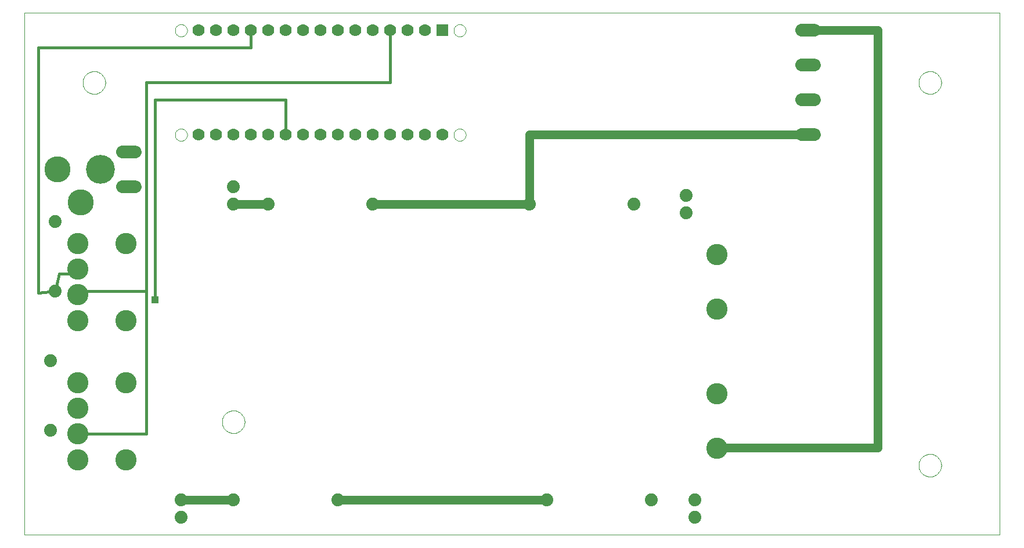
<source format=gtl>
G75*
G70*
%OFA0B0*%
%FSLAX24Y24*%
%IPPOS*%
%LPD*%
%AMOC8*
5,1,8,0,0,1.08239X$1,22.5*
%
%ADD10C,0.0000*%
%ADD11R,0.0700X0.0700*%
%ADD12C,0.0700*%
%ADD13C,0.0004*%
%ADD14C,0.1220*%
%ADD15C,0.1660*%
%ADD16C,0.1502*%
%ADD17C,0.0740*%
%ADD18C,0.0740*%
%ADD19C,0.0500*%
%ADD20C,0.0160*%
%ADD21R,0.0396X0.0396*%
D10*
X001500Y000100D02*
X001500Y030100D01*
X057500Y030100D01*
X057500Y000100D01*
X001500Y000100D01*
X004222Y004427D02*
X004224Y004464D01*
X004230Y004501D01*
X004239Y004536D01*
X004253Y004571D01*
X004269Y004604D01*
X004290Y004635D01*
X004313Y004664D01*
X004339Y004690D01*
X004368Y004713D01*
X004399Y004734D01*
X004432Y004750D01*
X004467Y004764D01*
X004502Y004773D01*
X004539Y004779D01*
X004576Y004781D01*
X004613Y004779D01*
X004650Y004773D01*
X004685Y004764D01*
X004720Y004750D01*
X004753Y004734D01*
X004784Y004713D01*
X004813Y004690D01*
X004839Y004664D01*
X004862Y004635D01*
X004883Y004604D01*
X004899Y004571D01*
X004913Y004536D01*
X004922Y004501D01*
X004928Y004464D01*
X004930Y004427D01*
X004928Y004390D01*
X004922Y004353D01*
X004913Y004318D01*
X004899Y004283D01*
X004883Y004250D01*
X004862Y004219D01*
X004839Y004190D01*
X004813Y004164D01*
X004784Y004141D01*
X004753Y004120D01*
X004720Y004104D01*
X004685Y004090D01*
X004650Y004081D01*
X004613Y004075D01*
X004576Y004073D01*
X004539Y004075D01*
X004502Y004081D01*
X004467Y004090D01*
X004432Y004104D01*
X004399Y004120D01*
X004368Y004141D01*
X004339Y004164D01*
X004313Y004190D01*
X004290Y004219D01*
X004269Y004250D01*
X004253Y004283D01*
X004239Y004318D01*
X004230Y004353D01*
X004224Y004390D01*
X004222Y004427D01*
X004219Y005903D02*
X004221Y005940D01*
X004227Y005977D01*
X004236Y006012D01*
X004250Y006047D01*
X004266Y006080D01*
X004287Y006111D01*
X004310Y006140D01*
X004336Y006166D01*
X004365Y006189D01*
X004396Y006210D01*
X004429Y006226D01*
X004464Y006240D01*
X004499Y006249D01*
X004536Y006255D01*
X004573Y006257D01*
X004610Y006255D01*
X004647Y006249D01*
X004682Y006240D01*
X004717Y006226D01*
X004750Y006210D01*
X004781Y006189D01*
X004810Y006166D01*
X004836Y006140D01*
X004859Y006111D01*
X004880Y006080D01*
X004896Y006047D01*
X004910Y006012D01*
X004919Y005977D01*
X004925Y005940D01*
X004927Y005903D01*
X004925Y005866D01*
X004919Y005829D01*
X004910Y005794D01*
X004896Y005759D01*
X004880Y005726D01*
X004859Y005695D01*
X004836Y005666D01*
X004810Y005640D01*
X004781Y005617D01*
X004750Y005596D01*
X004717Y005580D01*
X004682Y005566D01*
X004647Y005557D01*
X004610Y005551D01*
X004573Y005549D01*
X004536Y005551D01*
X004499Y005557D01*
X004464Y005566D01*
X004429Y005580D01*
X004396Y005596D01*
X004365Y005617D01*
X004336Y005640D01*
X004310Y005666D01*
X004287Y005695D01*
X004266Y005726D01*
X004250Y005759D01*
X004236Y005794D01*
X004227Y005829D01*
X004221Y005866D01*
X004219Y005903D01*
X004218Y007381D02*
X004220Y007418D01*
X004226Y007455D01*
X004235Y007490D01*
X004249Y007525D01*
X004265Y007558D01*
X004286Y007589D01*
X004309Y007618D01*
X004335Y007644D01*
X004364Y007667D01*
X004395Y007688D01*
X004428Y007704D01*
X004463Y007718D01*
X004498Y007727D01*
X004535Y007733D01*
X004572Y007735D01*
X004609Y007733D01*
X004646Y007727D01*
X004681Y007718D01*
X004716Y007704D01*
X004749Y007688D01*
X004780Y007667D01*
X004809Y007644D01*
X004835Y007618D01*
X004858Y007589D01*
X004879Y007558D01*
X004895Y007525D01*
X004909Y007490D01*
X004918Y007455D01*
X004924Y007418D01*
X004926Y007381D01*
X004924Y007344D01*
X004918Y007307D01*
X004909Y007272D01*
X004895Y007237D01*
X004879Y007204D01*
X004858Y007173D01*
X004835Y007144D01*
X004809Y007118D01*
X004780Y007095D01*
X004749Y007074D01*
X004716Y007058D01*
X004681Y007044D01*
X004646Y007035D01*
X004609Y007029D01*
X004572Y007027D01*
X004535Y007029D01*
X004498Y007035D01*
X004463Y007044D01*
X004428Y007058D01*
X004395Y007074D01*
X004364Y007095D01*
X004335Y007118D01*
X004309Y007144D01*
X004286Y007173D01*
X004265Y007204D01*
X004249Y007237D01*
X004235Y007272D01*
X004226Y007307D01*
X004220Y007344D01*
X004218Y007381D01*
X004220Y008862D02*
X004222Y008899D01*
X004228Y008936D01*
X004237Y008971D01*
X004251Y009006D01*
X004267Y009039D01*
X004288Y009070D01*
X004311Y009099D01*
X004337Y009125D01*
X004366Y009148D01*
X004397Y009169D01*
X004430Y009185D01*
X004465Y009199D01*
X004500Y009208D01*
X004537Y009214D01*
X004574Y009216D01*
X004611Y009214D01*
X004648Y009208D01*
X004683Y009199D01*
X004718Y009185D01*
X004751Y009169D01*
X004782Y009148D01*
X004811Y009125D01*
X004837Y009099D01*
X004860Y009070D01*
X004881Y009039D01*
X004897Y009006D01*
X004911Y008971D01*
X004920Y008936D01*
X004926Y008899D01*
X004928Y008862D01*
X004926Y008825D01*
X004920Y008788D01*
X004911Y008753D01*
X004897Y008718D01*
X004881Y008685D01*
X004860Y008654D01*
X004837Y008625D01*
X004811Y008599D01*
X004782Y008576D01*
X004751Y008555D01*
X004718Y008539D01*
X004683Y008525D01*
X004648Y008516D01*
X004611Y008510D01*
X004574Y008508D01*
X004537Y008510D01*
X004500Y008516D01*
X004465Y008525D01*
X004430Y008539D01*
X004397Y008555D01*
X004366Y008576D01*
X004337Y008599D01*
X004311Y008625D01*
X004288Y008654D01*
X004267Y008685D01*
X004251Y008718D01*
X004237Y008753D01*
X004228Y008788D01*
X004222Y008825D01*
X004220Y008862D01*
X006933Y008858D02*
X006935Y008897D01*
X006941Y008936D01*
X006951Y008974D01*
X006964Y009011D01*
X006981Y009046D01*
X007001Y009080D01*
X007025Y009111D01*
X007052Y009140D01*
X007081Y009166D01*
X007113Y009189D01*
X007147Y009209D01*
X007183Y009225D01*
X007220Y009237D01*
X007259Y009246D01*
X007298Y009251D01*
X007337Y009252D01*
X007376Y009249D01*
X007415Y009242D01*
X007452Y009231D01*
X007489Y009217D01*
X007524Y009199D01*
X007557Y009178D01*
X007588Y009153D01*
X007616Y009126D01*
X007641Y009096D01*
X007663Y009063D01*
X007682Y009029D01*
X007697Y008993D01*
X007709Y008955D01*
X007717Y008917D01*
X007721Y008878D01*
X007721Y008838D01*
X007717Y008799D01*
X007709Y008761D01*
X007697Y008723D01*
X007682Y008687D01*
X007663Y008653D01*
X007641Y008620D01*
X007616Y008590D01*
X007588Y008563D01*
X007557Y008538D01*
X007524Y008517D01*
X007489Y008499D01*
X007452Y008485D01*
X007415Y008474D01*
X007376Y008467D01*
X007337Y008464D01*
X007298Y008465D01*
X007259Y008470D01*
X007220Y008479D01*
X007183Y008491D01*
X007147Y008507D01*
X007113Y008527D01*
X007081Y008550D01*
X007052Y008576D01*
X007025Y008605D01*
X007001Y008636D01*
X006981Y008670D01*
X006964Y008705D01*
X006951Y008742D01*
X006941Y008780D01*
X006935Y008819D01*
X006933Y008858D01*
X006938Y012424D02*
X006940Y012463D01*
X006946Y012502D01*
X006956Y012540D01*
X006969Y012577D01*
X006986Y012612D01*
X007006Y012646D01*
X007030Y012677D01*
X007057Y012706D01*
X007086Y012732D01*
X007118Y012755D01*
X007152Y012775D01*
X007188Y012791D01*
X007225Y012803D01*
X007264Y012812D01*
X007303Y012817D01*
X007342Y012818D01*
X007381Y012815D01*
X007420Y012808D01*
X007457Y012797D01*
X007494Y012783D01*
X007529Y012765D01*
X007562Y012744D01*
X007593Y012719D01*
X007621Y012692D01*
X007646Y012662D01*
X007668Y012629D01*
X007687Y012595D01*
X007702Y012559D01*
X007714Y012521D01*
X007722Y012483D01*
X007726Y012444D01*
X007726Y012404D01*
X007722Y012365D01*
X007714Y012327D01*
X007702Y012289D01*
X007687Y012253D01*
X007668Y012219D01*
X007646Y012186D01*
X007621Y012156D01*
X007593Y012129D01*
X007562Y012104D01*
X007529Y012083D01*
X007494Y012065D01*
X007457Y012051D01*
X007420Y012040D01*
X007381Y012033D01*
X007342Y012030D01*
X007303Y012031D01*
X007264Y012036D01*
X007225Y012045D01*
X007188Y012057D01*
X007152Y012073D01*
X007118Y012093D01*
X007086Y012116D01*
X007057Y012142D01*
X007030Y012171D01*
X007006Y012202D01*
X006986Y012236D01*
X006969Y012271D01*
X006956Y012308D01*
X006946Y012346D01*
X006940Y012385D01*
X006938Y012424D01*
X004222Y012427D02*
X004224Y012464D01*
X004230Y012501D01*
X004239Y012536D01*
X004253Y012571D01*
X004269Y012604D01*
X004290Y012635D01*
X004313Y012664D01*
X004339Y012690D01*
X004368Y012713D01*
X004399Y012734D01*
X004432Y012750D01*
X004467Y012764D01*
X004502Y012773D01*
X004539Y012779D01*
X004576Y012781D01*
X004613Y012779D01*
X004650Y012773D01*
X004685Y012764D01*
X004720Y012750D01*
X004753Y012734D01*
X004784Y012713D01*
X004813Y012690D01*
X004839Y012664D01*
X004862Y012635D01*
X004883Y012604D01*
X004899Y012571D01*
X004913Y012536D01*
X004922Y012501D01*
X004928Y012464D01*
X004930Y012427D01*
X004928Y012390D01*
X004922Y012353D01*
X004913Y012318D01*
X004899Y012283D01*
X004883Y012250D01*
X004862Y012219D01*
X004839Y012190D01*
X004813Y012164D01*
X004784Y012141D01*
X004753Y012120D01*
X004720Y012104D01*
X004685Y012090D01*
X004650Y012081D01*
X004613Y012075D01*
X004576Y012073D01*
X004539Y012075D01*
X004502Y012081D01*
X004467Y012090D01*
X004432Y012104D01*
X004399Y012120D01*
X004368Y012141D01*
X004339Y012164D01*
X004313Y012190D01*
X004290Y012219D01*
X004269Y012250D01*
X004253Y012283D01*
X004239Y012318D01*
X004230Y012353D01*
X004224Y012390D01*
X004222Y012427D01*
X004219Y013903D02*
X004221Y013940D01*
X004227Y013977D01*
X004236Y014012D01*
X004250Y014047D01*
X004266Y014080D01*
X004287Y014111D01*
X004310Y014140D01*
X004336Y014166D01*
X004365Y014189D01*
X004396Y014210D01*
X004429Y014226D01*
X004464Y014240D01*
X004499Y014249D01*
X004536Y014255D01*
X004573Y014257D01*
X004610Y014255D01*
X004647Y014249D01*
X004682Y014240D01*
X004717Y014226D01*
X004750Y014210D01*
X004781Y014189D01*
X004810Y014166D01*
X004836Y014140D01*
X004859Y014111D01*
X004880Y014080D01*
X004896Y014047D01*
X004910Y014012D01*
X004919Y013977D01*
X004925Y013940D01*
X004927Y013903D01*
X004925Y013866D01*
X004919Y013829D01*
X004910Y013794D01*
X004896Y013759D01*
X004880Y013726D01*
X004859Y013695D01*
X004836Y013666D01*
X004810Y013640D01*
X004781Y013617D01*
X004750Y013596D01*
X004717Y013580D01*
X004682Y013566D01*
X004647Y013557D01*
X004610Y013551D01*
X004573Y013549D01*
X004536Y013551D01*
X004499Y013557D01*
X004464Y013566D01*
X004429Y013580D01*
X004396Y013596D01*
X004365Y013617D01*
X004336Y013640D01*
X004310Y013666D01*
X004287Y013695D01*
X004266Y013726D01*
X004250Y013759D01*
X004236Y013794D01*
X004227Y013829D01*
X004221Y013866D01*
X004219Y013903D01*
X004218Y015381D02*
X004220Y015418D01*
X004226Y015455D01*
X004235Y015490D01*
X004249Y015525D01*
X004265Y015558D01*
X004286Y015589D01*
X004309Y015618D01*
X004335Y015644D01*
X004364Y015667D01*
X004395Y015688D01*
X004428Y015704D01*
X004463Y015718D01*
X004498Y015727D01*
X004535Y015733D01*
X004572Y015735D01*
X004609Y015733D01*
X004646Y015727D01*
X004681Y015718D01*
X004716Y015704D01*
X004749Y015688D01*
X004780Y015667D01*
X004809Y015644D01*
X004835Y015618D01*
X004858Y015589D01*
X004879Y015558D01*
X004895Y015525D01*
X004909Y015490D01*
X004918Y015455D01*
X004924Y015418D01*
X004926Y015381D01*
X004924Y015344D01*
X004918Y015307D01*
X004909Y015272D01*
X004895Y015237D01*
X004879Y015204D01*
X004858Y015173D01*
X004835Y015144D01*
X004809Y015118D01*
X004780Y015095D01*
X004749Y015074D01*
X004716Y015058D01*
X004681Y015044D01*
X004646Y015035D01*
X004609Y015029D01*
X004572Y015027D01*
X004535Y015029D01*
X004498Y015035D01*
X004463Y015044D01*
X004428Y015058D01*
X004395Y015074D01*
X004364Y015095D01*
X004335Y015118D01*
X004309Y015144D01*
X004286Y015173D01*
X004265Y015204D01*
X004249Y015237D01*
X004235Y015272D01*
X004226Y015307D01*
X004220Y015344D01*
X004218Y015381D01*
X004220Y016862D02*
X004222Y016899D01*
X004228Y016936D01*
X004237Y016971D01*
X004251Y017006D01*
X004267Y017039D01*
X004288Y017070D01*
X004311Y017099D01*
X004337Y017125D01*
X004366Y017148D01*
X004397Y017169D01*
X004430Y017185D01*
X004465Y017199D01*
X004500Y017208D01*
X004537Y017214D01*
X004574Y017216D01*
X004611Y017214D01*
X004648Y017208D01*
X004683Y017199D01*
X004718Y017185D01*
X004751Y017169D01*
X004782Y017148D01*
X004811Y017125D01*
X004837Y017099D01*
X004860Y017070D01*
X004881Y017039D01*
X004897Y017006D01*
X004911Y016971D01*
X004920Y016936D01*
X004926Y016899D01*
X004928Y016862D01*
X004926Y016825D01*
X004920Y016788D01*
X004911Y016753D01*
X004897Y016718D01*
X004881Y016685D01*
X004860Y016654D01*
X004837Y016625D01*
X004811Y016599D01*
X004782Y016576D01*
X004751Y016555D01*
X004718Y016539D01*
X004683Y016525D01*
X004648Y016516D01*
X004611Y016510D01*
X004574Y016508D01*
X004537Y016510D01*
X004500Y016516D01*
X004465Y016525D01*
X004430Y016539D01*
X004397Y016555D01*
X004366Y016576D01*
X004337Y016599D01*
X004311Y016625D01*
X004288Y016654D01*
X004267Y016685D01*
X004251Y016718D01*
X004237Y016753D01*
X004228Y016788D01*
X004222Y016825D01*
X004220Y016862D01*
X006933Y016858D02*
X006935Y016897D01*
X006941Y016936D01*
X006951Y016974D01*
X006964Y017011D01*
X006981Y017046D01*
X007001Y017080D01*
X007025Y017111D01*
X007052Y017140D01*
X007081Y017166D01*
X007113Y017189D01*
X007147Y017209D01*
X007183Y017225D01*
X007220Y017237D01*
X007259Y017246D01*
X007298Y017251D01*
X007337Y017252D01*
X007376Y017249D01*
X007415Y017242D01*
X007452Y017231D01*
X007489Y017217D01*
X007524Y017199D01*
X007557Y017178D01*
X007588Y017153D01*
X007616Y017126D01*
X007641Y017096D01*
X007663Y017063D01*
X007682Y017029D01*
X007697Y016993D01*
X007709Y016955D01*
X007717Y016917D01*
X007721Y016878D01*
X007721Y016838D01*
X007717Y016799D01*
X007709Y016761D01*
X007697Y016723D01*
X007682Y016687D01*
X007663Y016653D01*
X007641Y016620D01*
X007616Y016590D01*
X007588Y016563D01*
X007557Y016538D01*
X007524Y016517D01*
X007489Y016499D01*
X007452Y016485D01*
X007415Y016474D01*
X007376Y016467D01*
X007337Y016464D01*
X007298Y016465D01*
X007259Y016470D01*
X007220Y016479D01*
X007183Y016491D01*
X007147Y016507D01*
X007113Y016527D01*
X007081Y016550D01*
X007052Y016576D01*
X007025Y016605D01*
X007001Y016636D01*
X006981Y016670D01*
X006964Y016705D01*
X006951Y016742D01*
X006941Y016780D01*
X006935Y016819D01*
X006933Y016858D01*
X010150Y023100D02*
X010152Y023137D01*
X010158Y023174D01*
X010168Y023210D01*
X010181Y023245D01*
X010198Y023278D01*
X010219Y023309D01*
X010243Y023337D01*
X010270Y023363D01*
X010299Y023386D01*
X010330Y023406D01*
X010364Y023422D01*
X010399Y023435D01*
X010435Y023444D01*
X010472Y023449D01*
X010509Y023450D01*
X010546Y023447D01*
X010583Y023440D01*
X010619Y023429D01*
X010653Y023415D01*
X010686Y023397D01*
X010716Y023375D01*
X010744Y023351D01*
X010769Y023323D01*
X010792Y023293D01*
X010811Y023261D01*
X010826Y023227D01*
X010838Y023192D01*
X010846Y023156D01*
X010850Y023119D01*
X010850Y023081D01*
X010846Y023044D01*
X010838Y023008D01*
X010826Y022973D01*
X010811Y022939D01*
X010792Y022907D01*
X010769Y022877D01*
X010744Y022849D01*
X010716Y022825D01*
X010686Y022803D01*
X010653Y022785D01*
X010619Y022771D01*
X010583Y022760D01*
X010546Y022753D01*
X010509Y022750D01*
X010472Y022751D01*
X010435Y022756D01*
X010399Y022765D01*
X010364Y022778D01*
X010330Y022794D01*
X010299Y022814D01*
X010270Y022837D01*
X010243Y022863D01*
X010219Y022891D01*
X010198Y022922D01*
X010181Y022955D01*
X010168Y022990D01*
X010158Y023026D01*
X010152Y023063D01*
X010150Y023100D01*
X004850Y026100D02*
X004852Y026150D01*
X004858Y026200D01*
X004868Y026250D01*
X004881Y026298D01*
X004898Y026346D01*
X004919Y026392D01*
X004943Y026436D01*
X004971Y026478D01*
X005002Y026518D01*
X005036Y026555D01*
X005073Y026590D01*
X005112Y026621D01*
X005153Y026650D01*
X005197Y026675D01*
X005243Y026697D01*
X005290Y026715D01*
X005338Y026729D01*
X005387Y026740D01*
X005437Y026747D01*
X005487Y026750D01*
X005538Y026749D01*
X005588Y026744D01*
X005638Y026735D01*
X005686Y026723D01*
X005734Y026706D01*
X005780Y026686D01*
X005825Y026663D01*
X005868Y026636D01*
X005908Y026606D01*
X005946Y026573D01*
X005981Y026537D01*
X006014Y026498D01*
X006043Y026457D01*
X006069Y026414D01*
X006092Y026369D01*
X006111Y026322D01*
X006126Y026274D01*
X006138Y026225D01*
X006146Y026175D01*
X006150Y026125D01*
X006150Y026075D01*
X006146Y026025D01*
X006138Y025975D01*
X006126Y025926D01*
X006111Y025878D01*
X006092Y025831D01*
X006069Y025786D01*
X006043Y025743D01*
X006014Y025702D01*
X005981Y025663D01*
X005946Y025627D01*
X005908Y025594D01*
X005868Y025564D01*
X005825Y025537D01*
X005780Y025514D01*
X005734Y025494D01*
X005686Y025477D01*
X005638Y025465D01*
X005588Y025456D01*
X005538Y025451D01*
X005487Y025450D01*
X005437Y025453D01*
X005387Y025460D01*
X005338Y025471D01*
X005290Y025485D01*
X005243Y025503D01*
X005197Y025525D01*
X005153Y025550D01*
X005112Y025579D01*
X005073Y025610D01*
X005036Y025645D01*
X005002Y025682D01*
X004971Y025722D01*
X004943Y025764D01*
X004919Y025808D01*
X004898Y025854D01*
X004881Y025902D01*
X004868Y025950D01*
X004858Y026000D01*
X004852Y026050D01*
X004850Y026100D01*
X010150Y029100D02*
X010152Y029137D01*
X010158Y029174D01*
X010168Y029210D01*
X010181Y029245D01*
X010198Y029278D01*
X010219Y029309D01*
X010243Y029337D01*
X010270Y029363D01*
X010299Y029386D01*
X010330Y029406D01*
X010364Y029422D01*
X010399Y029435D01*
X010435Y029444D01*
X010472Y029449D01*
X010509Y029450D01*
X010546Y029447D01*
X010583Y029440D01*
X010619Y029429D01*
X010653Y029415D01*
X010686Y029397D01*
X010716Y029375D01*
X010744Y029351D01*
X010769Y029323D01*
X010792Y029293D01*
X010811Y029261D01*
X010826Y029227D01*
X010838Y029192D01*
X010846Y029156D01*
X010850Y029119D01*
X010850Y029081D01*
X010846Y029044D01*
X010838Y029008D01*
X010826Y028973D01*
X010811Y028939D01*
X010792Y028907D01*
X010769Y028877D01*
X010744Y028849D01*
X010716Y028825D01*
X010686Y028803D01*
X010653Y028785D01*
X010619Y028771D01*
X010583Y028760D01*
X010546Y028753D01*
X010509Y028750D01*
X010472Y028751D01*
X010435Y028756D01*
X010399Y028765D01*
X010364Y028778D01*
X010330Y028794D01*
X010299Y028814D01*
X010270Y028837D01*
X010243Y028863D01*
X010219Y028891D01*
X010198Y028922D01*
X010181Y028955D01*
X010168Y028990D01*
X010158Y029026D01*
X010152Y029063D01*
X010150Y029100D01*
X026150Y029100D02*
X026152Y029137D01*
X026158Y029174D01*
X026168Y029210D01*
X026181Y029245D01*
X026198Y029278D01*
X026219Y029309D01*
X026243Y029337D01*
X026270Y029363D01*
X026299Y029386D01*
X026330Y029406D01*
X026364Y029422D01*
X026399Y029435D01*
X026435Y029444D01*
X026472Y029449D01*
X026509Y029450D01*
X026546Y029447D01*
X026583Y029440D01*
X026619Y029429D01*
X026653Y029415D01*
X026686Y029397D01*
X026716Y029375D01*
X026744Y029351D01*
X026769Y029323D01*
X026792Y029293D01*
X026811Y029261D01*
X026826Y029227D01*
X026838Y029192D01*
X026846Y029156D01*
X026850Y029119D01*
X026850Y029081D01*
X026846Y029044D01*
X026838Y029008D01*
X026826Y028973D01*
X026811Y028939D01*
X026792Y028907D01*
X026769Y028877D01*
X026744Y028849D01*
X026716Y028825D01*
X026686Y028803D01*
X026653Y028785D01*
X026619Y028771D01*
X026583Y028760D01*
X026546Y028753D01*
X026509Y028750D01*
X026472Y028751D01*
X026435Y028756D01*
X026399Y028765D01*
X026364Y028778D01*
X026330Y028794D01*
X026299Y028814D01*
X026270Y028837D01*
X026243Y028863D01*
X026219Y028891D01*
X026198Y028922D01*
X026181Y028955D01*
X026168Y028990D01*
X026158Y029026D01*
X026152Y029063D01*
X026150Y029100D01*
X026150Y023100D02*
X026152Y023137D01*
X026158Y023174D01*
X026168Y023210D01*
X026181Y023245D01*
X026198Y023278D01*
X026219Y023309D01*
X026243Y023337D01*
X026270Y023363D01*
X026299Y023386D01*
X026330Y023406D01*
X026364Y023422D01*
X026399Y023435D01*
X026435Y023444D01*
X026472Y023449D01*
X026509Y023450D01*
X026546Y023447D01*
X026583Y023440D01*
X026619Y023429D01*
X026653Y023415D01*
X026686Y023397D01*
X026716Y023375D01*
X026744Y023351D01*
X026769Y023323D01*
X026792Y023293D01*
X026811Y023261D01*
X026826Y023227D01*
X026838Y023192D01*
X026846Y023156D01*
X026850Y023119D01*
X026850Y023081D01*
X026846Y023044D01*
X026838Y023008D01*
X026826Y022973D01*
X026811Y022939D01*
X026792Y022907D01*
X026769Y022877D01*
X026744Y022849D01*
X026716Y022825D01*
X026686Y022803D01*
X026653Y022785D01*
X026619Y022771D01*
X026583Y022760D01*
X026546Y022753D01*
X026509Y022750D01*
X026472Y022751D01*
X026435Y022756D01*
X026399Y022765D01*
X026364Y022778D01*
X026330Y022794D01*
X026299Y022814D01*
X026270Y022837D01*
X026243Y022863D01*
X026219Y022891D01*
X026198Y022922D01*
X026181Y022955D01*
X026168Y022990D01*
X026158Y023026D01*
X026152Y023063D01*
X026150Y023100D01*
X040911Y016219D02*
X040913Y016256D01*
X040919Y016293D01*
X040928Y016328D01*
X040942Y016363D01*
X040958Y016396D01*
X040979Y016427D01*
X041002Y016456D01*
X041028Y016482D01*
X041057Y016505D01*
X041088Y016526D01*
X041121Y016542D01*
X041156Y016556D01*
X041191Y016565D01*
X041228Y016571D01*
X041265Y016573D01*
X041302Y016571D01*
X041339Y016565D01*
X041374Y016556D01*
X041409Y016542D01*
X041442Y016526D01*
X041473Y016505D01*
X041502Y016482D01*
X041528Y016456D01*
X041551Y016427D01*
X041572Y016396D01*
X041588Y016363D01*
X041602Y016328D01*
X041611Y016293D01*
X041617Y016256D01*
X041619Y016219D01*
X041617Y016182D01*
X041611Y016145D01*
X041602Y016110D01*
X041588Y016075D01*
X041572Y016042D01*
X041551Y016011D01*
X041528Y015982D01*
X041502Y015956D01*
X041473Y015933D01*
X041442Y015912D01*
X041409Y015896D01*
X041374Y015882D01*
X041339Y015873D01*
X041302Y015867D01*
X041265Y015865D01*
X041228Y015867D01*
X041191Y015873D01*
X041156Y015882D01*
X041121Y015896D01*
X041088Y015912D01*
X041057Y015933D01*
X041028Y015956D01*
X041002Y015982D01*
X040979Y016011D01*
X040958Y016042D01*
X040942Y016075D01*
X040928Y016110D01*
X040919Y016145D01*
X040913Y016182D01*
X040911Y016219D01*
X040916Y013065D02*
X040918Y013102D01*
X040924Y013139D01*
X040933Y013174D01*
X040947Y013209D01*
X040963Y013242D01*
X040984Y013273D01*
X041007Y013302D01*
X041033Y013328D01*
X041062Y013351D01*
X041093Y013372D01*
X041126Y013388D01*
X041161Y013402D01*
X041196Y013411D01*
X041233Y013417D01*
X041270Y013419D01*
X041307Y013417D01*
X041344Y013411D01*
X041379Y013402D01*
X041414Y013388D01*
X041447Y013372D01*
X041478Y013351D01*
X041507Y013328D01*
X041533Y013302D01*
X041556Y013273D01*
X041577Y013242D01*
X041593Y013209D01*
X041607Y013174D01*
X041616Y013139D01*
X041622Y013102D01*
X041624Y013065D01*
X041622Y013028D01*
X041616Y012991D01*
X041607Y012956D01*
X041593Y012921D01*
X041577Y012888D01*
X041556Y012857D01*
X041533Y012828D01*
X041507Y012802D01*
X041478Y012779D01*
X041447Y012758D01*
X041414Y012742D01*
X041379Y012728D01*
X041344Y012719D01*
X041307Y012713D01*
X041270Y012711D01*
X041233Y012713D01*
X041196Y012719D01*
X041161Y012728D01*
X041126Y012742D01*
X041093Y012758D01*
X041062Y012779D01*
X041033Y012802D01*
X041007Y012828D01*
X040984Y012857D01*
X040963Y012888D01*
X040947Y012921D01*
X040933Y012956D01*
X040924Y012991D01*
X040918Y013028D01*
X040916Y013065D01*
X040911Y008219D02*
X040913Y008256D01*
X040919Y008293D01*
X040928Y008328D01*
X040942Y008363D01*
X040958Y008396D01*
X040979Y008427D01*
X041002Y008456D01*
X041028Y008482D01*
X041057Y008505D01*
X041088Y008526D01*
X041121Y008542D01*
X041156Y008556D01*
X041191Y008565D01*
X041228Y008571D01*
X041265Y008573D01*
X041302Y008571D01*
X041339Y008565D01*
X041374Y008556D01*
X041409Y008542D01*
X041442Y008526D01*
X041473Y008505D01*
X041502Y008482D01*
X041528Y008456D01*
X041551Y008427D01*
X041572Y008396D01*
X041588Y008363D01*
X041602Y008328D01*
X041611Y008293D01*
X041617Y008256D01*
X041619Y008219D01*
X041617Y008182D01*
X041611Y008145D01*
X041602Y008110D01*
X041588Y008075D01*
X041572Y008042D01*
X041551Y008011D01*
X041528Y007982D01*
X041502Y007956D01*
X041473Y007933D01*
X041442Y007912D01*
X041409Y007896D01*
X041374Y007882D01*
X041339Y007873D01*
X041302Y007867D01*
X041265Y007865D01*
X041228Y007867D01*
X041191Y007873D01*
X041156Y007882D01*
X041121Y007896D01*
X041088Y007912D01*
X041057Y007933D01*
X041028Y007956D01*
X041002Y007982D01*
X040979Y008011D01*
X040958Y008042D01*
X040942Y008075D01*
X040928Y008110D01*
X040919Y008145D01*
X040913Y008182D01*
X040911Y008219D01*
X040916Y005065D02*
X040918Y005102D01*
X040924Y005139D01*
X040933Y005174D01*
X040947Y005209D01*
X040963Y005242D01*
X040984Y005273D01*
X041007Y005302D01*
X041033Y005328D01*
X041062Y005351D01*
X041093Y005372D01*
X041126Y005388D01*
X041161Y005402D01*
X041196Y005411D01*
X041233Y005417D01*
X041270Y005419D01*
X041307Y005417D01*
X041344Y005411D01*
X041379Y005402D01*
X041414Y005388D01*
X041447Y005372D01*
X041478Y005351D01*
X041507Y005328D01*
X041533Y005302D01*
X041556Y005273D01*
X041577Y005242D01*
X041593Y005209D01*
X041607Y005174D01*
X041616Y005139D01*
X041622Y005102D01*
X041624Y005065D01*
X041622Y005028D01*
X041616Y004991D01*
X041607Y004956D01*
X041593Y004921D01*
X041577Y004888D01*
X041556Y004857D01*
X041533Y004828D01*
X041507Y004802D01*
X041478Y004779D01*
X041447Y004758D01*
X041414Y004742D01*
X041379Y004728D01*
X041344Y004719D01*
X041307Y004713D01*
X041270Y004711D01*
X041233Y004713D01*
X041196Y004719D01*
X041161Y004728D01*
X041126Y004742D01*
X041093Y004758D01*
X041062Y004779D01*
X041033Y004802D01*
X041007Y004828D01*
X040984Y004857D01*
X040963Y004888D01*
X040947Y004921D01*
X040933Y004956D01*
X040924Y004991D01*
X040918Y005028D01*
X040916Y005065D01*
X052850Y004100D02*
X052852Y004150D01*
X052858Y004200D01*
X052868Y004250D01*
X052881Y004298D01*
X052898Y004346D01*
X052919Y004392D01*
X052943Y004436D01*
X052971Y004478D01*
X053002Y004518D01*
X053036Y004555D01*
X053073Y004590D01*
X053112Y004621D01*
X053153Y004650D01*
X053197Y004675D01*
X053243Y004697D01*
X053290Y004715D01*
X053338Y004729D01*
X053387Y004740D01*
X053437Y004747D01*
X053487Y004750D01*
X053538Y004749D01*
X053588Y004744D01*
X053638Y004735D01*
X053686Y004723D01*
X053734Y004706D01*
X053780Y004686D01*
X053825Y004663D01*
X053868Y004636D01*
X053908Y004606D01*
X053946Y004573D01*
X053981Y004537D01*
X054014Y004498D01*
X054043Y004457D01*
X054069Y004414D01*
X054092Y004369D01*
X054111Y004322D01*
X054126Y004274D01*
X054138Y004225D01*
X054146Y004175D01*
X054150Y004125D01*
X054150Y004075D01*
X054146Y004025D01*
X054138Y003975D01*
X054126Y003926D01*
X054111Y003878D01*
X054092Y003831D01*
X054069Y003786D01*
X054043Y003743D01*
X054014Y003702D01*
X053981Y003663D01*
X053946Y003627D01*
X053908Y003594D01*
X053868Y003564D01*
X053825Y003537D01*
X053780Y003514D01*
X053734Y003494D01*
X053686Y003477D01*
X053638Y003465D01*
X053588Y003456D01*
X053538Y003451D01*
X053487Y003450D01*
X053437Y003453D01*
X053387Y003460D01*
X053338Y003471D01*
X053290Y003485D01*
X053243Y003503D01*
X053197Y003525D01*
X053153Y003550D01*
X053112Y003579D01*
X053073Y003610D01*
X053036Y003645D01*
X053002Y003682D01*
X052971Y003722D01*
X052943Y003764D01*
X052919Y003808D01*
X052898Y003854D01*
X052881Y003902D01*
X052868Y003950D01*
X052858Y004000D01*
X052852Y004050D01*
X052850Y004100D01*
X052850Y026100D02*
X052852Y026150D01*
X052858Y026200D01*
X052868Y026250D01*
X052881Y026298D01*
X052898Y026346D01*
X052919Y026392D01*
X052943Y026436D01*
X052971Y026478D01*
X053002Y026518D01*
X053036Y026555D01*
X053073Y026590D01*
X053112Y026621D01*
X053153Y026650D01*
X053197Y026675D01*
X053243Y026697D01*
X053290Y026715D01*
X053338Y026729D01*
X053387Y026740D01*
X053437Y026747D01*
X053487Y026750D01*
X053538Y026749D01*
X053588Y026744D01*
X053638Y026735D01*
X053686Y026723D01*
X053734Y026706D01*
X053780Y026686D01*
X053825Y026663D01*
X053868Y026636D01*
X053908Y026606D01*
X053946Y026573D01*
X053981Y026537D01*
X054014Y026498D01*
X054043Y026457D01*
X054069Y026414D01*
X054092Y026369D01*
X054111Y026322D01*
X054126Y026274D01*
X054138Y026225D01*
X054146Y026175D01*
X054150Y026125D01*
X054150Y026075D01*
X054146Y026025D01*
X054138Y025975D01*
X054126Y025926D01*
X054111Y025878D01*
X054092Y025831D01*
X054069Y025786D01*
X054043Y025743D01*
X054014Y025702D01*
X053981Y025663D01*
X053946Y025627D01*
X053908Y025594D01*
X053868Y025564D01*
X053825Y025537D01*
X053780Y025514D01*
X053734Y025494D01*
X053686Y025477D01*
X053638Y025465D01*
X053588Y025456D01*
X053538Y025451D01*
X053487Y025450D01*
X053437Y025453D01*
X053387Y025460D01*
X053338Y025471D01*
X053290Y025485D01*
X053243Y025503D01*
X053197Y025525D01*
X053153Y025550D01*
X053112Y025579D01*
X053073Y025610D01*
X053036Y025645D01*
X053002Y025682D01*
X052971Y025722D01*
X052943Y025764D01*
X052919Y025808D01*
X052898Y025854D01*
X052881Y025902D01*
X052868Y025950D01*
X052858Y026000D01*
X052852Y026050D01*
X052850Y026100D01*
X012850Y006600D02*
X012852Y006650D01*
X012858Y006700D01*
X012868Y006750D01*
X012881Y006798D01*
X012898Y006846D01*
X012919Y006892D01*
X012943Y006936D01*
X012971Y006978D01*
X013002Y007018D01*
X013036Y007055D01*
X013073Y007090D01*
X013112Y007121D01*
X013153Y007150D01*
X013197Y007175D01*
X013243Y007197D01*
X013290Y007215D01*
X013338Y007229D01*
X013387Y007240D01*
X013437Y007247D01*
X013487Y007250D01*
X013538Y007249D01*
X013588Y007244D01*
X013638Y007235D01*
X013686Y007223D01*
X013734Y007206D01*
X013780Y007186D01*
X013825Y007163D01*
X013868Y007136D01*
X013908Y007106D01*
X013946Y007073D01*
X013981Y007037D01*
X014014Y006998D01*
X014043Y006957D01*
X014069Y006914D01*
X014092Y006869D01*
X014111Y006822D01*
X014126Y006774D01*
X014138Y006725D01*
X014146Y006675D01*
X014150Y006625D01*
X014150Y006575D01*
X014146Y006525D01*
X014138Y006475D01*
X014126Y006426D01*
X014111Y006378D01*
X014092Y006331D01*
X014069Y006286D01*
X014043Y006243D01*
X014014Y006202D01*
X013981Y006163D01*
X013946Y006127D01*
X013908Y006094D01*
X013868Y006064D01*
X013825Y006037D01*
X013780Y006014D01*
X013734Y005994D01*
X013686Y005977D01*
X013638Y005965D01*
X013588Y005956D01*
X013538Y005951D01*
X013487Y005950D01*
X013437Y005953D01*
X013387Y005960D01*
X013338Y005971D01*
X013290Y005985D01*
X013243Y006003D01*
X013197Y006025D01*
X013153Y006050D01*
X013112Y006079D01*
X013073Y006110D01*
X013036Y006145D01*
X013002Y006182D01*
X012971Y006222D01*
X012943Y006264D01*
X012919Y006308D01*
X012898Y006354D01*
X012881Y006402D01*
X012868Y006450D01*
X012858Y006500D01*
X012852Y006550D01*
X012850Y006600D01*
X006938Y004424D02*
X006940Y004463D01*
X006946Y004502D01*
X006956Y004540D01*
X006969Y004577D01*
X006986Y004612D01*
X007006Y004646D01*
X007030Y004677D01*
X007057Y004706D01*
X007086Y004732D01*
X007118Y004755D01*
X007152Y004775D01*
X007188Y004791D01*
X007225Y004803D01*
X007264Y004812D01*
X007303Y004817D01*
X007342Y004818D01*
X007381Y004815D01*
X007420Y004808D01*
X007457Y004797D01*
X007494Y004783D01*
X007529Y004765D01*
X007562Y004744D01*
X007593Y004719D01*
X007621Y004692D01*
X007646Y004662D01*
X007668Y004629D01*
X007687Y004595D01*
X007702Y004559D01*
X007714Y004521D01*
X007722Y004483D01*
X007726Y004444D01*
X007726Y004404D01*
X007722Y004365D01*
X007714Y004327D01*
X007702Y004289D01*
X007687Y004253D01*
X007668Y004219D01*
X007646Y004186D01*
X007621Y004156D01*
X007593Y004129D01*
X007562Y004104D01*
X007529Y004083D01*
X007494Y004065D01*
X007457Y004051D01*
X007420Y004040D01*
X007381Y004033D01*
X007342Y004030D01*
X007303Y004031D01*
X007264Y004036D01*
X007225Y004045D01*
X007188Y004057D01*
X007152Y004073D01*
X007118Y004093D01*
X007086Y004116D01*
X007057Y004142D01*
X007030Y004171D01*
X007006Y004202D01*
X006986Y004236D01*
X006969Y004271D01*
X006956Y004308D01*
X006946Y004346D01*
X006940Y004385D01*
X006938Y004424D01*
D11*
X025500Y029100D03*
D12*
X024500Y029100D03*
X023500Y029100D03*
X022500Y029100D03*
X021500Y029100D03*
X020500Y029100D03*
X019500Y029100D03*
X018500Y029100D03*
X017500Y029100D03*
X016500Y029100D03*
X015500Y029100D03*
X014500Y029100D03*
X013500Y029100D03*
X012500Y029100D03*
X011500Y029100D03*
X011500Y023100D03*
X012500Y023100D03*
X013500Y023100D03*
X014500Y023100D03*
X015500Y023100D03*
X016500Y023100D03*
X017500Y023100D03*
X018500Y023100D03*
X019500Y023100D03*
X020500Y023100D03*
X021500Y023100D03*
X022500Y023100D03*
X023500Y023100D03*
X024500Y023100D03*
X025500Y023100D03*
D13*
X040914Y016218D02*
X040916Y016255D01*
X040922Y016292D01*
X040931Y016327D01*
X040945Y016362D01*
X040961Y016395D01*
X040982Y016426D01*
X041005Y016455D01*
X041031Y016481D01*
X041060Y016504D01*
X041091Y016525D01*
X041124Y016541D01*
X041159Y016555D01*
X041194Y016564D01*
X041231Y016570D01*
X041268Y016572D01*
X041305Y016570D01*
X041342Y016564D01*
X041377Y016555D01*
X041412Y016541D01*
X041445Y016525D01*
X041476Y016504D01*
X041505Y016481D01*
X041531Y016455D01*
X041554Y016426D01*
X041575Y016395D01*
X041591Y016362D01*
X041605Y016327D01*
X041614Y016292D01*
X041620Y016255D01*
X041622Y016218D01*
X041620Y016181D01*
X041614Y016144D01*
X041605Y016109D01*
X041591Y016074D01*
X041575Y016041D01*
X041554Y016010D01*
X041531Y015981D01*
X041505Y015955D01*
X041476Y015932D01*
X041445Y015911D01*
X041412Y015895D01*
X041377Y015881D01*
X041342Y015872D01*
X041305Y015866D01*
X041268Y015864D01*
X041231Y015866D01*
X041194Y015872D01*
X041159Y015881D01*
X041124Y015895D01*
X041091Y015911D01*
X041060Y015932D01*
X041031Y015955D01*
X041005Y015981D01*
X040982Y016010D01*
X040961Y016041D01*
X040945Y016074D01*
X040931Y016109D01*
X040922Y016144D01*
X040916Y016181D01*
X040914Y016218D01*
X040916Y016255D01*
X040922Y016292D01*
X040931Y016327D01*
X040945Y016362D01*
X040961Y016395D01*
X040982Y016426D01*
X041005Y016455D01*
X041031Y016481D01*
X041060Y016504D01*
X041091Y016525D01*
X041124Y016541D01*
X041159Y016555D01*
X041194Y016564D01*
X041231Y016570D01*
X041268Y016572D01*
X041305Y016570D01*
X041342Y016564D01*
X041377Y016555D01*
X041412Y016541D01*
X041445Y016525D01*
X041476Y016504D01*
X041505Y016481D01*
X041531Y016455D01*
X041554Y016426D01*
X041575Y016395D01*
X041591Y016362D01*
X041605Y016327D01*
X041614Y016292D01*
X041620Y016255D01*
X041622Y016218D01*
X041620Y016181D01*
X041614Y016144D01*
X041605Y016109D01*
X041591Y016074D01*
X041575Y016041D01*
X041554Y016010D01*
X041531Y015981D01*
X041505Y015955D01*
X041476Y015932D01*
X041445Y015911D01*
X041412Y015895D01*
X041377Y015881D01*
X041342Y015872D01*
X041305Y015866D01*
X041268Y015864D01*
X041231Y015866D01*
X041194Y015872D01*
X041159Y015881D01*
X041124Y015895D01*
X041091Y015911D01*
X041060Y015932D01*
X041031Y015955D01*
X041005Y015981D01*
X040982Y016010D01*
X040961Y016041D01*
X040945Y016074D01*
X040931Y016109D01*
X040922Y016144D01*
X040916Y016181D01*
X040914Y016218D01*
X040914Y013069D02*
X040916Y013106D01*
X040922Y013143D01*
X040931Y013178D01*
X040945Y013213D01*
X040961Y013246D01*
X040982Y013277D01*
X041005Y013306D01*
X041031Y013332D01*
X041060Y013355D01*
X041091Y013376D01*
X041124Y013392D01*
X041159Y013406D01*
X041194Y013415D01*
X041231Y013421D01*
X041268Y013423D01*
X041305Y013421D01*
X041342Y013415D01*
X041377Y013406D01*
X041412Y013392D01*
X041445Y013376D01*
X041476Y013355D01*
X041505Y013332D01*
X041531Y013306D01*
X041554Y013277D01*
X041575Y013246D01*
X041591Y013213D01*
X041605Y013178D01*
X041614Y013143D01*
X041620Y013106D01*
X041622Y013069D01*
X041620Y013032D01*
X041614Y012995D01*
X041605Y012960D01*
X041591Y012925D01*
X041575Y012892D01*
X041554Y012861D01*
X041531Y012832D01*
X041505Y012806D01*
X041476Y012783D01*
X041445Y012762D01*
X041412Y012746D01*
X041377Y012732D01*
X041342Y012723D01*
X041305Y012717D01*
X041268Y012715D01*
X041231Y012717D01*
X041194Y012723D01*
X041159Y012732D01*
X041124Y012746D01*
X041091Y012762D01*
X041060Y012783D01*
X041031Y012806D01*
X041005Y012832D01*
X040982Y012861D01*
X040961Y012892D01*
X040945Y012925D01*
X040931Y012960D01*
X040922Y012995D01*
X040916Y013032D01*
X040914Y013069D01*
X040916Y013106D01*
X040922Y013143D01*
X040931Y013178D01*
X040945Y013213D01*
X040961Y013246D01*
X040982Y013277D01*
X041005Y013306D01*
X041031Y013332D01*
X041060Y013355D01*
X041091Y013376D01*
X041124Y013392D01*
X041159Y013406D01*
X041194Y013415D01*
X041231Y013421D01*
X041268Y013423D01*
X041305Y013421D01*
X041342Y013415D01*
X041377Y013406D01*
X041412Y013392D01*
X041445Y013376D01*
X041476Y013355D01*
X041505Y013332D01*
X041531Y013306D01*
X041554Y013277D01*
X041575Y013246D01*
X041591Y013213D01*
X041605Y013178D01*
X041614Y013143D01*
X041620Y013106D01*
X041622Y013069D01*
X041620Y013032D01*
X041614Y012995D01*
X041605Y012960D01*
X041591Y012925D01*
X041575Y012892D01*
X041554Y012861D01*
X041531Y012832D01*
X041505Y012806D01*
X041476Y012783D01*
X041445Y012762D01*
X041412Y012746D01*
X041377Y012732D01*
X041342Y012723D01*
X041305Y012717D01*
X041268Y012715D01*
X041231Y012717D01*
X041194Y012723D01*
X041159Y012732D01*
X041124Y012746D01*
X041091Y012762D01*
X041060Y012783D01*
X041031Y012806D01*
X041005Y012832D01*
X040982Y012861D01*
X040961Y012892D01*
X040945Y012925D01*
X040931Y012960D01*
X040922Y012995D01*
X040916Y013032D01*
X040914Y013069D01*
X040914Y008218D02*
X040916Y008255D01*
X040922Y008292D01*
X040931Y008327D01*
X040945Y008362D01*
X040961Y008395D01*
X040982Y008426D01*
X041005Y008455D01*
X041031Y008481D01*
X041060Y008504D01*
X041091Y008525D01*
X041124Y008541D01*
X041159Y008555D01*
X041194Y008564D01*
X041231Y008570D01*
X041268Y008572D01*
X041305Y008570D01*
X041342Y008564D01*
X041377Y008555D01*
X041412Y008541D01*
X041445Y008525D01*
X041476Y008504D01*
X041505Y008481D01*
X041531Y008455D01*
X041554Y008426D01*
X041575Y008395D01*
X041591Y008362D01*
X041605Y008327D01*
X041614Y008292D01*
X041620Y008255D01*
X041622Y008218D01*
X041620Y008181D01*
X041614Y008144D01*
X041605Y008109D01*
X041591Y008074D01*
X041575Y008041D01*
X041554Y008010D01*
X041531Y007981D01*
X041505Y007955D01*
X041476Y007932D01*
X041445Y007911D01*
X041412Y007895D01*
X041377Y007881D01*
X041342Y007872D01*
X041305Y007866D01*
X041268Y007864D01*
X041231Y007866D01*
X041194Y007872D01*
X041159Y007881D01*
X041124Y007895D01*
X041091Y007911D01*
X041060Y007932D01*
X041031Y007955D01*
X041005Y007981D01*
X040982Y008010D01*
X040961Y008041D01*
X040945Y008074D01*
X040931Y008109D01*
X040922Y008144D01*
X040916Y008181D01*
X040914Y008218D01*
X040916Y008255D01*
X040922Y008292D01*
X040931Y008327D01*
X040945Y008362D01*
X040961Y008395D01*
X040982Y008426D01*
X041005Y008455D01*
X041031Y008481D01*
X041060Y008504D01*
X041091Y008525D01*
X041124Y008541D01*
X041159Y008555D01*
X041194Y008564D01*
X041231Y008570D01*
X041268Y008572D01*
X041305Y008570D01*
X041342Y008564D01*
X041377Y008555D01*
X041412Y008541D01*
X041445Y008525D01*
X041476Y008504D01*
X041505Y008481D01*
X041531Y008455D01*
X041554Y008426D01*
X041575Y008395D01*
X041591Y008362D01*
X041605Y008327D01*
X041614Y008292D01*
X041620Y008255D01*
X041622Y008218D01*
X041620Y008181D01*
X041614Y008144D01*
X041605Y008109D01*
X041591Y008074D01*
X041575Y008041D01*
X041554Y008010D01*
X041531Y007981D01*
X041505Y007955D01*
X041476Y007932D01*
X041445Y007911D01*
X041412Y007895D01*
X041377Y007881D01*
X041342Y007872D01*
X041305Y007866D01*
X041268Y007864D01*
X041231Y007866D01*
X041194Y007872D01*
X041159Y007881D01*
X041124Y007895D01*
X041091Y007911D01*
X041060Y007932D01*
X041031Y007955D01*
X041005Y007981D01*
X040982Y008010D01*
X040961Y008041D01*
X040945Y008074D01*
X040931Y008109D01*
X040922Y008144D01*
X040916Y008181D01*
X040914Y008218D01*
X040914Y005069D02*
X040916Y005106D01*
X040922Y005143D01*
X040931Y005178D01*
X040945Y005213D01*
X040961Y005246D01*
X040982Y005277D01*
X041005Y005306D01*
X041031Y005332D01*
X041060Y005355D01*
X041091Y005376D01*
X041124Y005392D01*
X041159Y005406D01*
X041194Y005415D01*
X041231Y005421D01*
X041268Y005423D01*
X041305Y005421D01*
X041342Y005415D01*
X041377Y005406D01*
X041412Y005392D01*
X041445Y005376D01*
X041476Y005355D01*
X041505Y005332D01*
X041531Y005306D01*
X041554Y005277D01*
X041575Y005246D01*
X041591Y005213D01*
X041605Y005178D01*
X041614Y005143D01*
X041620Y005106D01*
X041622Y005069D01*
X041620Y005032D01*
X041614Y004995D01*
X041605Y004960D01*
X041591Y004925D01*
X041575Y004892D01*
X041554Y004861D01*
X041531Y004832D01*
X041505Y004806D01*
X041476Y004783D01*
X041445Y004762D01*
X041412Y004746D01*
X041377Y004732D01*
X041342Y004723D01*
X041305Y004717D01*
X041268Y004715D01*
X041231Y004717D01*
X041194Y004723D01*
X041159Y004732D01*
X041124Y004746D01*
X041091Y004762D01*
X041060Y004783D01*
X041031Y004806D01*
X041005Y004832D01*
X040982Y004861D01*
X040961Y004892D01*
X040945Y004925D01*
X040931Y004960D01*
X040922Y004995D01*
X040916Y005032D01*
X040914Y005069D01*
X040916Y005106D01*
X040922Y005143D01*
X040931Y005178D01*
X040945Y005213D01*
X040961Y005246D01*
X040982Y005277D01*
X041005Y005306D01*
X041031Y005332D01*
X041060Y005355D01*
X041091Y005376D01*
X041124Y005392D01*
X041159Y005406D01*
X041194Y005415D01*
X041231Y005421D01*
X041268Y005423D01*
X041305Y005421D01*
X041342Y005415D01*
X041377Y005406D01*
X041412Y005392D01*
X041445Y005376D01*
X041476Y005355D01*
X041505Y005332D01*
X041531Y005306D01*
X041554Y005277D01*
X041575Y005246D01*
X041591Y005213D01*
X041605Y005178D01*
X041614Y005143D01*
X041620Y005106D01*
X041622Y005069D01*
X041620Y005032D01*
X041614Y004995D01*
X041605Y004960D01*
X041591Y004925D01*
X041575Y004892D01*
X041554Y004861D01*
X041531Y004832D01*
X041505Y004806D01*
X041476Y004783D01*
X041445Y004762D01*
X041412Y004746D01*
X041377Y004732D01*
X041342Y004723D01*
X041305Y004717D01*
X041268Y004715D01*
X041231Y004717D01*
X041194Y004723D01*
X041159Y004732D01*
X041124Y004746D01*
X041091Y004762D01*
X041060Y004783D01*
X041031Y004806D01*
X041005Y004832D01*
X040982Y004861D01*
X040961Y004892D01*
X040945Y004925D01*
X040931Y004960D01*
X040922Y004995D01*
X040916Y005032D01*
X040914Y005069D01*
X006977Y004429D02*
X006979Y004466D01*
X006985Y004503D01*
X006994Y004538D01*
X007008Y004573D01*
X007024Y004606D01*
X007045Y004637D01*
X007068Y004666D01*
X007094Y004692D01*
X007123Y004715D01*
X007154Y004736D01*
X007187Y004752D01*
X007222Y004766D01*
X007257Y004775D01*
X007294Y004781D01*
X007331Y004783D01*
X007368Y004781D01*
X007405Y004775D01*
X007440Y004766D01*
X007475Y004752D01*
X007508Y004736D01*
X007539Y004715D01*
X007568Y004692D01*
X007594Y004666D01*
X007617Y004637D01*
X007638Y004606D01*
X007654Y004573D01*
X007668Y004538D01*
X007677Y004503D01*
X007683Y004466D01*
X007685Y004429D01*
X007683Y004392D01*
X007677Y004355D01*
X007668Y004320D01*
X007654Y004285D01*
X007638Y004252D01*
X007617Y004221D01*
X007594Y004192D01*
X007568Y004166D01*
X007539Y004143D01*
X007508Y004122D01*
X007475Y004106D01*
X007440Y004092D01*
X007405Y004083D01*
X007368Y004077D01*
X007331Y004075D01*
X007294Y004077D01*
X007257Y004083D01*
X007222Y004092D01*
X007187Y004106D01*
X007154Y004122D01*
X007123Y004143D01*
X007094Y004166D01*
X007068Y004192D01*
X007045Y004221D01*
X007024Y004252D01*
X007008Y004285D01*
X006994Y004320D01*
X006985Y004355D01*
X006979Y004392D01*
X006977Y004429D01*
X006979Y004466D01*
X006985Y004503D01*
X006994Y004538D01*
X007008Y004573D01*
X007024Y004606D01*
X007045Y004637D01*
X007068Y004666D01*
X007094Y004692D01*
X007123Y004715D01*
X007154Y004736D01*
X007187Y004752D01*
X007222Y004766D01*
X007257Y004775D01*
X007294Y004781D01*
X007331Y004783D01*
X007368Y004781D01*
X007405Y004775D01*
X007440Y004766D01*
X007475Y004752D01*
X007508Y004736D01*
X007539Y004715D01*
X007568Y004692D01*
X007594Y004666D01*
X007617Y004637D01*
X007638Y004606D01*
X007654Y004573D01*
X007668Y004538D01*
X007677Y004503D01*
X007683Y004466D01*
X007685Y004429D01*
X007683Y004392D01*
X007677Y004355D01*
X007668Y004320D01*
X007654Y004285D01*
X007638Y004252D01*
X007617Y004221D01*
X007594Y004192D01*
X007568Y004166D01*
X007539Y004143D01*
X007508Y004122D01*
X007475Y004106D01*
X007440Y004092D01*
X007405Y004083D01*
X007368Y004077D01*
X007331Y004075D01*
X007294Y004077D01*
X007257Y004083D01*
X007222Y004092D01*
X007187Y004106D01*
X007154Y004122D01*
X007123Y004143D01*
X007094Y004166D01*
X007068Y004192D01*
X007045Y004221D01*
X007024Y004252D01*
X007008Y004285D01*
X006994Y004320D01*
X006985Y004355D01*
X006979Y004392D01*
X006977Y004429D01*
X004221Y004429D02*
X004223Y004466D01*
X004229Y004503D01*
X004238Y004538D01*
X004252Y004573D01*
X004268Y004606D01*
X004289Y004637D01*
X004312Y004666D01*
X004338Y004692D01*
X004367Y004715D01*
X004398Y004736D01*
X004431Y004752D01*
X004466Y004766D01*
X004501Y004775D01*
X004538Y004781D01*
X004575Y004783D01*
X004612Y004781D01*
X004649Y004775D01*
X004684Y004766D01*
X004719Y004752D01*
X004752Y004736D01*
X004783Y004715D01*
X004812Y004692D01*
X004838Y004666D01*
X004861Y004637D01*
X004882Y004606D01*
X004898Y004573D01*
X004912Y004538D01*
X004921Y004503D01*
X004927Y004466D01*
X004929Y004429D01*
X004927Y004392D01*
X004921Y004355D01*
X004912Y004320D01*
X004898Y004285D01*
X004882Y004252D01*
X004861Y004221D01*
X004838Y004192D01*
X004812Y004166D01*
X004783Y004143D01*
X004752Y004122D01*
X004719Y004106D01*
X004684Y004092D01*
X004649Y004083D01*
X004612Y004077D01*
X004575Y004075D01*
X004538Y004077D01*
X004501Y004083D01*
X004466Y004092D01*
X004431Y004106D01*
X004398Y004122D01*
X004367Y004143D01*
X004338Y004166D01*
X004312Y004192D01*
X004289Y004221D01*
X004268Y004252D01*
X004252Y004285D01*
X004238Y004320D01*
X004229Y004355D01*
X004223Y004392D01*
X004221Y004429D01*
X004223Y004466D01*
X004229Y004503D01*
X004238Y004538D01*
X004252Y004573D01*
X004268Y004606D01*
X004289Y004637D01*
X004312Y004666D01*
X004338Y004692D01*
X004367Y004715D01*
X004398Y004736D01*
X004431Y004752D01*
X004466Y004766D01*
X004501Y004775D01*
X004538Y004781D01*
X004575Y004783D01*
X004612Y004781D01*
X004649Y004775D01*
X004684Y004766D01*
X004719Y004752D01*
X004752Y004736D01*
X004783Y004715D01*
X004812Y004692D01*
X004838Y004666D01*
X004861Y004637D01*
X004882Y004606D01*
X004898Y004573D01*
X004912Y004538D01*
X004921Y004503D01*
X004927Y004466D01*
X004929Y004429D01*
X004927Y004392D01*
X004921Y004355D01*
X004912Y004320D01*
X004898Y004285D01*
X004882Y004252D01*
X004861Y004221D01*
X004838Y004192D01*
X004812Y004166D01*
X004783Y004143D01*
X004752Y004122D01*
X004719Y004106D01*
X004684Y004092D01*
X004649Y004083D01*
X004612Y004077D01*
X004575Y004075D01*
X004538Y004077D01*
X004501Y004083D01*
X004466Y004092D01*
X004431Y004106D01*
X004398Y004122D01*
X004367Y004143D01*
X004338Y004166D01*
X004312Y004192D01*
X004289Y004221D01*
X004268Y004252D01*
X004252Y004285D01*
X004238Y004320D01*
X004229Y004355D01*
X004223Y004392D01*
X004221Y004429D01*
X004221Y005905D02*
X004223Y005942D01*
X004229Y005979D01*
X004238Y006014D01*
X004252Y006049D01*
X004268Y006082D01*
X004289Y006113D01*
X004312Y006142D01*
X004338Y006168D01*
X004367Y006191D01*
X004398Y006212D01*
X004431Y006228D01*
X004466Y006242D01*
X004501Y006251D01*
X004538Y006257D01*
X004575Y006259D01*
X004612Y006257D01*
X004649Y006251D01*
X004684Y006242D01*
X004719Y006228D01*
X004752Y006212D01*
X004783Y006191D01*
X004812Y006168D01*
X004838Y006142D01*
X004861Y006113D01*
X004882Y006082D01*
X004898Y006049D01*
X004912Y006014D01*
X004921Y005979D01*
X004927Y005942D01*
X004929Y005905D01*
X004927Y005868D01*
X004921Y005831D01*
X004912Y005796D01*
X004898Y005761D01*
X004882Y005728D01*
X004861Y005697D01*
X004838Y005668D01*
X004812Y005642D01*
X004783Y005619D01*
X004752Y005598D01*
X004719Y005582D01*
X004684Y005568D01*
X004649Y005559D01*
X004612Y005553D01*
X004575Y005551D01*
X004538Y005553D01*
X004501Y005559D01*
X004466Y005568D01*
X004431Y005582D01*
X004398Y005598D01*
X004367Y005619D01*
X004338Y005642D01*
X004312Y005668D01*
X004289Y005697D01*
X004268Y005728D01*
X004252Y005761D01*
X004238Y005796D01*
X004229Y005831D01*
X004223Y005868D01*
X004221Y005905D01*
X004223Y005942D01*
X004229Y005979D01*
X004238Y006014D01*
X004252Y006049D01*
X004268Y006082D01*
X004289Y006113D01*
X004312Y006142D01*
X004338Y006168D01*
X004367Y006191D01*
X004398Y006212D01*
X004431Y006228D01*
X004466Y006242D01*
X004501Y006251D01*
X004538Y006257D01*
X004575Y006259D01*
X004612Y006257D01*
X004649Y006251D01*
X004684Y006242D01*
X004719Y006228D01*
X004752Y006212D01*
X004783Y006191D01*
X004812Y006168D01*
X004838Y006142D01*
X004861Y006113D01*
X004882Y006082D01*
X004898Y006049D01*
X004912Y006014D01*
X004921Y005979D01*
X004927Y005942D01*
X004929Y005905D01*
X004927Y005868D01*
X004921Y005831D01*
X004912Y005796D01*
X004898Y005761D01*
X004882Y005728D01*
X004861Y005697D01*
X004838Y005668D01*
X004812Y005642D01*
X004783Y005619D01*
X004752Y005598D01*
X004719Y005582D01*
X004684Y005568D01*
X004649Y005559D01*
X004612Y005553D01*
X004575Y005551D01*
X004538Y005553D01*
X004501Y005559D01*
X004466Y005568D01*
X004431Y005582D01*
X004398Y005598D01*
X004367Y005619D01*
X004338Y005642D01*
X004312Y005668D01*
X004289Y005697D01*
X004268Y005728D01*
X004252Y005761D01*
X004238Y005796D01*
X004229Y005831D01*
X004223Y005868D01*
X004221Y005905D01*
X004221Y007381D02*
X004223Y007418D01*
X004229Y007455D01*
X004238Y007490D01*
X004252Y007525D01*
X004268Y007558D01*
X004289Y007589D01*
X004312Y007618D01*
X004338Y007644D01*
X004367Y007667D01*
X004398Y007688D01*
X004431Y007704D01*
X004466Y007718D01*
X004501Y007727D01*
X004538Y007733D01*
X004575Y007735D01*
X004612Y007733D01*
X004649Y007727D01*
X004684Y007718D01*
X004719Y007704D01*
X004752Y007688D01*
X004783Y007667D01*
X004812Y007644D01*
X004838Y007618D01*
X004861Y007589D01*
X004882Y007558D01*
X004898Y007525D01*
X004912Y007490D01*
X004921Y007455D01*
X004927Y007418D01*
X004929Y007381D01*
X004927Y007344D01*
X004921Y007307D01*
X004912Y007272D01*
X004898Y007237D01*
X004882Y007204D01*
X004861Y007173D01*
X004838Y007144D01*
X004812Y007118D01*
X004783Y007095D01*
X004752Y007074D01*
X004719Y007058D01*
X004684Y007044D01*
X004649Y007035D01*
X004612Y007029D01*
X004575Y007027D01*
X004538Y007029D01*
X004501Y007035D01*
X004466Y007044D01*
X004431Y007058D01*
X004398Y007074D01*
X004367Y007095D01*
X004338Y007118D01*
X004312Y007144D01*
X004289Y007173D01*
X004268Y007204D01*
X004252Y007237D01*
X004238Y007272D01*
X004229Y007307D01*
X004223Y007344D01*
X004221Y007381D01*
X004223Y007418D01*
X004229Y007455D01*
X004238Y007490D01*
X004252Y007525D01*
X004268Y007558D01*
X004289Y007589D01*
X004312Y007618D01*
X004338Y007644D01*
X004367Y007667D01*
X004398Y007688D01*
X004431Y007704D01*
X004466Y007718D01*
X004501Y007727D01*
X004538Y007733D01*
X004575Y007735D01*
X004612Y007733D01*
X004649Y007727D01*
X004684Y007718D01*
X004719Y007704D01*
X004752Y007688D01*
X004783Y007667D01*
X004812Y007644D01*
X004838Y007618D01*
X004861Y007589D01*
X004882Y007558D01*
X004898Y007525D01*
X004912Y007490D01*
X004921Y007455D01*
X004927Y007418D01*
X004929Y007381D01*
X004927Y007344D01*
X004921Y007307D01*
X004912Y007272D01*
X004898Y007237D01*
X004882Y007204D01*
X004861Y007173D01*
X004838Y007144D01*
X004812Y007118D01*
X004783Y007095D01*
X004752Y007074D01*
X004719Y007058D01*
X004684Y007044D01*
X004649Y007035D01*
X004612Y007029D01*
X004575Y007027D01*
X004538Y007029D01*
X004501Y007035D01*
X004466Y007044D01*
X004431Y007058D01*
X004398Y007074D01*
X004367Y007095D01*
X004338Y007118D01*
X004312Y007144D01*
X004289Y007173D01*
X004268Y007204D01*
X004252Y007237D01*
X004238Y007272D01*
X004229Y007307D01*
X004223Y007344D01*
X004221Y007381D01*
X004221Y008858D02*
X004223Y008895D01*
X004229Y008932D01*
X004238Y008967D01*
X004252Y009002D01*
X004268Y009035D01*
X004289Y009066D01*
X004312Y009095D01*
X004338Y009121D01*
X004367Y009144D01*
X004398Y009165D01*
X004431Y009181D01*
X004466Y009195D01*
X004501Y009204D01*
X004538Y009210D01*
X004575Y009212D01*
X004612Y009210D01*
X004649Y009204D01*
X004684Y009195D01*
X004719Y009181D01*
X004752Y009165D01*
X004783Y009144D01*
X004812Y009121D01*
X004838Y009095D01*
X004861Y009066D01*
X004882Y009035D01*
X004898Y009002D01*
X004912Y008967D01*
X004921Y008932D01*
X004927Y008895D01*
X004929Y008858D01*
X004927Y008821D01*
X004921Y008784D01*
X004912Y008749D01*
X004898Y008714D01*
X004882Y008681D01*
X004861Y008650D01*
X004838Y008621D01*
X004812Y008595D01*
X004783Y008572D01*
X004752Y008551D01*
X004719Y008535D01*
X004684Y008521D01*
X004649Y008512D01*
X004612Y008506D01*
X004575Y008504D01*
X004538Y008506D01*
X004501Y008512D01*
X004466Y008521D01*
X004431Y008535D01*
X004398Y008551D01*
X004367Y008572D01*
X004338Y008595D01*
X004312Y008621D01*
X004289Y008650D01*
X004268Y008681D01*
X004252Y008714D01*
X004238Y008749D01*
X004229Y008784D01*
X004223Y008821D01*
X004221Y008858D01*
X004223Y008895D01*
X004229Y008932D01*
X004238Y008967D01*
X004252Y009002D01*
X004268Y009035D01*
X004289Y009066D01*
X004312Y009095D01*
X004338Y009121D01*
X004367Y009144D01*
X004398Y009165D01*
X004431Y009181D01*
X004466Y009195D01*
X004501Y009204D01*
X004538Y009210D01*
X004575Y009212D01*
X004612Y009210D01*
X004649Y009204D01*
X004684Y009195D01*
X004719Y009181D01*
X004752Y009165D01*
X004783Y009144D01*
X004812Y009121D01*
X004838Y009095D01*
X004861Y009066D01*
X004882Y009035D01*
X004898Y009002D01*
X004912Y008967D01*
X004921Y008932D01*
X004927Y008895D01*
X004929Y008858D01*
X004927Y008821D01*
X004921Y008784D01*
X004912Y008749D01*
X004898Y008714D01*
X004882Y008681D01*
X004861Y008650D01*
X004838Y008621D01*
X004812Y008595D01*
X004783Y008572D01*
X004752Y008551D01*
X004719Y008535D01*
X004684Y008521D01*
X004649Y008512D01*
X004612Y008506D01*
X004575Y008504D01*
X004538Y008506D01*
X004501Y008512D01*
X004466Y008521D01*
X004431Y008535D01*
X004398Y008551D01*
X004367Y008572D01*
X004338Y008595D01*
X004312Y008621D01*
X004289Y008650D01*
X004268Y008681D01*
X004252Y008714D01*
X004238Y008749D01*
X004229Y008784D01*
X004223Y008821D01*
X004221Y008858D01*
X006977Y008858D02*
X006979Y008895D01*
X006985Y008932D01*
X006994Y008967D01*
X007008Y009002D01*
X007024Y009035D01*
X007045Y009066D01*
X007068Y009095D01*
X007094Y009121D01*
X007123Y009144D01*
X007154Y009165D01*
X007187Y009181D01*
X007222Y009195D01*
X007257Y009204D01*
X007294Y009210D01*
X007331Y009212D01*
X007368Y009210D01*
X007405Y009204D01*
X007440Y009195D01*
X007475Y009181D01*
X007508Y009165D01*
X007539Y009144D01*
X007568Y009121D01*
X007594Y009095D01*
X007617Y009066D01*
X007638Y009035D01*
X007654Y009002D01*
X007668Y008967D01*
X007677Y008932D01*
X007683Y008895D01*
X007685Y008858D01*
X007683Y008821D01*
X007677Y008784D01*
X007668Y008749D01*
X007654Y008714D01*
X007638Y008681D01*
X007617Y008650D01*
X007594Y008621D01*
X007568Y008595D01*
X007539Y008572D01*
X007508Y008551D01*
X007475Y008535D01*
X007440Y008521D01*
X007405Y008512D01*
X007368Y008506D01*
X007331Y008504D01*
X007294Y008506D01*
X007257Y008512D01*
X007222Y008521D01*
X007187Y008535D01*
X007154Y008551D01*
X007123Y008572D01*
X007094Y008595D01*
X007068Y008621D01*
X007045Y008650D01*
X007024Y008681D01*
X007008Y008714D01*
X006994Y008749D01*
X006985Y008784D01*
X006979Y008821D01*
X006977Y008858D01*
X006979Y008895D01*
X006985Y008932D01*
X006994Y008967D01*
X007008Y009002D01*
X007024Y009035D01*
X007045Y009066D01*
X007068Y009095D01*
X007094Y009121D01*
X007123Y009144D01*
X007154Y009165D01*
X007187Y009181D01*
X007222Y009195D01*
X007257Y009204D01*
X007294Y009210D01*
X007331Y009212D01*
X007368Y009210D01*
X007405Y009204D01*
X007440Y009195D01*
X007475Y009181D01*
X007508Y009165D01*
X007539Y009144D01*
X007568Y009121D01*
X007594Y009095D01*
X007617Y009066D01*
X007638Y009035D01*
X007654Y009002D01*
X007668Y008967D01*
X007677Y008932D01*
X007683Y008895D01*
X007685Y008858D01*
X007683Y008821D01*
X007677Y008784D01*
X007668Y008749D01*
X007654Y008714D01*
X007638Y008681D01*
X007617Y008650D01*
X007594Y008621D01*
X007568Y008595D01*
X007539Y008572D01*
X007508Y008551D01*
X007475Y008535D01*
X007440Y008521D01*
X007405Y008512D01*
X007368Y008506D01*
X007331Y008504D01*
X007294Y008506D01*
X007257Y008512D01*
X007222Y008521D01*
X007187Y008535D01*
X007154Y008551D01*
X007123Y008572D01*
X007094Y008595D01*
X007068Y008621D01*
X007045Y008650D01*
X007024Y008681D01*
X007008Y008714D01*
X006994Y008749D01*
X006985Y008784D01*
X006979Y008821D01*
X006977Y008858D01*
X006979Y008895D01*
X006985Y008932D01*
X006994Y008967D01*
X007008Y009002D01*
X007024Y009035D01*
X007045Y009066D01*
X007068Y009095D01*
X007094Y009121D01*
X007123Y009144D01*
X007154Y009165D01*
X007187Y009181D01*
X007222Y009195D01*
X007257Y009204D01*
X007294Y009210D01*
X007331Y009212D01*
X007368Y009210D01*
X007405Y009204D01*
X007440Y009195D01*
X007475Y009181D01*
X007508Y009165D01*
X007539Y009144D01*
X007568Y009121D01*
X007594Y009095D01*
X007617Y009066D01*
X007638Y009035D01*
X007654Y009002D01*
X007668Y008967D01*
X007677Y008932D01*
X007683Y008895D01*
X007685Y008858D01*
X007683Y008821D01*
X007677Y008784D01*
X007668Y008749D01*
X007654Y008714D01*
X007638Y008681D01*
X007617Y008650D01*
X007594Y008621D01*
X007568Y008595D01*
X007539Y008572D01*
X007508Y008551D01*
X007475Y008535D01*
X007440Y008521D01*
X007405Y008512D01*
X007368Y008506D01*
X007331Y008504D01*
X007294Y008506D01*
X007257Y008512D01*
X007222Y008521D01*
X007187Y008535D01*
X007154Y008551D01*
X007123Y008572D01*
X007094Y008595D01*
X007068Y008621D01*
X007045Y008650D01*
X007024Y008681D01*
X007008Y008714D01*
X006994Y008749D01*
X006985Y008784D01*
X006979Y008821D01*
X006977Y008858D01*
X006979Y008895D01*
X006985Y008932D01*
X006994Y008967D01*
X007008Y009002D01*
X007024Y009035D01*
X007045Y009066D01*
X007068Y009095D01*
X007094Y009121D01*
X007123Y009144D01*
X007154Y009165D01*
X007187Y009181D01*
X007222Y009195D01*
X007257Y009204D01*
X007294Y009210D01*
X007331Y009212D01*
X007368Y009210D01*
X007405Y009204D01*
X007440Y009195D01*
X007475Y009181D01*
X007508Y009165D01*
X007539Y009144D01*
X007568Y009121D01*
X007594Y009095D01*
X007617Y009066D01*
X007638Y009035D01*
X007654Y009002D01*
X007668Y008967D01*
X007677Y008932D01*
X007683Y008895D01*
X007685Y008858D01*
X007683Y008821D01*
X007677Y008784D01*
X007668Y008749D01*
X007654Y008714D01*
X007638Y008681D01*
X007617Y008650D01*
X007594Y008621D01*
X007568Y008595D01*
X007539Y008572D01*
X007508Y008551D01*
X007475Y008535D01*
X007440Y008521D01*
X007405Y008512D01*
X007368Y008506D01*
X007331Y008504D01*
X007294Y008506D01*
X007257Y008512D01*
X007222Y008521D01*
X007187Y008535D01*
X007154Y008551D01*
X007123Y008572D01*
X007094Y008595D01*
X007068Y008621D01*
X007045Y008650D01*
X007024Y008681D01*
X007008Y008714D01*
X006994Y008749D01*
X006985Y008784D01*
X006979Y008821D01*
X006977Y008858D01*
X006977Y012429D02*
X006979Y012466D01*
X006985Y012503D01*
X006994Y012538D01*
X007008Y012573D01*
X007024Y012606D01*
X007045Y012637D01*
X007068Y012666D01*
X007094Y012692D01*
X007123Y012715D01*
X007154Y012736D01*
X007187Y012752D01*
X007222Y012766D01*
X007257Y012775D01*
X007294Y012781D01*
X007331Y012783D01*
X007368Y012781D01*
X007405Y012775D01*
X007440Y012766D01*
X007475Y012752D01*
X007508Y012736D01*
X007539Y012715D01*
X007568Y012692D01*
X007594Y012666D01*
X007617Y012637D01*
X007638Y012606D01*
X007654Y012573D01*
X007668Y012538D01*
X007677Y012503D01*
X007683Y012466D01*
X007685Y012429D01*
X007683Y012392D01*
X007677Y012355D01*
X007668Y012320D01*
X007654Y012285D01*
X007638Y012252D01*
X007617Y012221D01*
X007594Y012192D01*
X007568Y012166D01*
X007539Y012143D01*
X007508Y012122D01*
X007475Y012106D01*
X007440Y012092D01*
X007405Y012083D01*
X007368Y012077D01*
X007331Y012075D01*
X007294Y012077D01*
X007257Y012083D01*
X007222Y012092D01*
X007187Y012106D01*
X007154Y012122D01*
X007123Y012143D01*
X007094Y012166D01*
X007068Y012192D01*
X007045Y012221D01*
X007024Y012252D01*
X007008Y012285D01*
X006994Y012320D01*
X006985Y012355D01*
X006979Y012392D01*
X006977Y012429D01*
X006979Y012466D01*
X006985Y012503D01*
X006994Y012538D01*
X007008Y012573D01*
X007024Y012606D01*
X007045Y012637D01*
X007068Y012666D01*
X007094Y012692D01*
X007123Y012715D01*
X007154Y012736D01*
X007187Y012752D01*
X007222Y012766D01*
X007257Y012775D01*
X007294Y012781D01*
X007331Y012783D01*
X007368Y012781D01*
X007405Y012775D01*
X007440Y012766D01*
X007475Y012752D01*
X007508Y012736D01*
X007539Y012715D01*
X007568Y012692D01*
X007594Y012666D01*
X007617Y012637D01*
X007638Y012606D01*
X007654Y012573D01*
X007668Y012538D01*
X007677Y012503D01*
X007683Y012466D01*
X007685Y012429D01*
X007683Y012392D01*
X007677Y012355D01*
X007668Y012320D01*
X007654Y012285D01*
X007638Y012252D01*
X007617Y012221D01*
X007594Y012192D01*
X007568Y012166D01*
X007539Y012143D01*
X007508Y012122D01*
X007475Y012106D01*
X007440Y012092D01*
X007405Y012083D01*
X007368Y012077D01*
X007331Y012075D01*
X007294Y012077D01*
X007257Y012083D01*
X007222Y012092D01*
X007187Y012106D01*
X007154Y012122D01*
X007123Y012143D01*
X007094Y012166D01*
X007068Y012192D01*
X007045Y012221D01*
X007024Y012252D01*
X007008Y012285D01*
X006994Y012320D01*
X006985Y012355D01*
X006979Y012392D01*
X006977Y012429D01*
X004221Y012429D02*
X004223Y012466D01*
X004229Y012503D01*
X004238Y012538D01*
X004252Y012573D01*
X004268Y012606D01*
X004289Y012637D01*
X004312Y012666D01*
X004338Y012692D01*
X004367Y012715D01*
X004398Y012736D01*
X004431Y012752D01*
X004466Y012766D01*
X004501Y012775D01*
X004538Y012781D01*
X004575Y012783D01*
X004612Y012781D01*
X004649Y012775D01*
X004684Y012766D01*
X004719Y012752D01*
X004752Y012736D01*
X004783Y012715D01*
X004812Y012692D01*
X004838Y012666D01*
X004861Y012637D01*
X004882Y012606D01*
X004898Y012573D01*
X004912Y012538D01*
X004921Y012503D01*
X004927Y012466D01*
X004929Y012429D01*
X004927Y012392D01*
X004921Y012355D01*
X004912Y012320D01*
X004898Y012285D01*
X004882Y012252D01*
X004861Y012221D01*
X004838Y012192D01*
X004812Y012166D01*
X004783Y012143D01*
X004752Y012122D01*
X004719Y012106D01*
X004684Y012092D01*
X004649Y012083D01*
X004612Y012077D01*
X004575Y012075D01*
X004538Y012077D01*
X004501Y012083D01*
X004466Y012092D01*
X004431Y012106D01*
X004398Y012122D01*
X004367Y012143D01*
X004338Y012166D01*
X004312Y012192D01*
X004289Y012221D01*
X004268Y012252D01*
X004252Y012285D01*
X004238Y012320D01*
X004229Y012355D01*
X004223Y012392D01*
X004221Y012429D01*
X004223Y012466D01*
X004229Y012503D01*
X004238Y012538D01*
X004252Y012573D01*
X004268Y012606D01*
X004289Y012637D01*
X004312Y012666D01*
X004338Y012692D01*
X004367Y012715D01*
X004398Y012736D01*
X004431Y012752D01*
X004466Y012766D01*
X004501Y012775D01*
X004538Y012781D01*
X004575Y012783D01*
X004612Y012781D01*
X004649Y012775D01*
X004684Y012766D01*
X004719Y012752D01*
X004752Y012736D01*
X004783Y012715D01*
X004812Y012692D01*
X004838Y012666D01*
X004861Y012637D01*
X004882Y012606D01*
X004898Y012573D01*
X004912Y012538D01*
X004921Y012503D01*
X004927Y012466D01*
X004929Y012429D01*
X004927Y012392D01*
X004921Y012355D01*
X004912Y012320D01*
X004898Y012285D01*
X004882Y012252D01*
X004861Y012221D01*
X004838Y012192D01*
X004812Y012166D01*
X004783Y012143D01*
X004752Y012122D01*
X004719Y012106D01*
X004684Y012092D01*
X004649Y012083D01*
X004612Y012077D01*
X004575Y012075D01*
X004538Y012077D01*
X004501Y012083D01*
X004466Y012092D01*
X004431Y012106D01*
X004398Y012122D01*
X004367Y012143D01*
X004338Y012166D01*
X004312Y012192D01*
X004289Y012221D01*
X004268Y012252D01*
X004252Y012285D01*
X004238Y012320D01*
X004229Y012355D01*
X004223Y012392D01*
X004221Y012429D01*
X004221Y013905D02*
X004223Y013942D01*
X004229Y013979D01*
X004238Y014014D01*
X004252Y014049D01*
X004268Y014082D01*
X004289Y014113D01*
X004312Y014142D01*
X004338Y014168D01*
X004367Y014191D01*
X004398Y014212D01*
X004431Y014228D01*
X004466Y014242D01*
X004501Y014251D01*
X004538Y014257D01*
X004575Y014259D01*
X004612Y014257D01*
X004649Y014251D01*
X004684Y014242D01*
X004719Y014228D01*
X004752Y014212D01*
X004783Y014191D01*
X004812Y014168D01*
X004838Y014142D01*
X004861Y014113D01*
X004882Y014082D01*
X004898Y014049D01*
X004912Y014014D01*
X004921Y013979D01*
X004927Y013942D01*
X004929Y013905D01*
X004927Y013868D01*
X004921Y013831D01*
X004912Y013796D01*
X004898Y013761D01*
X004882Y013728D01*
X004861Y013697D01*
X004838Y013668D01*
X004812Y013642D01*
X004783Y013619D01*
X004752Y013598D01*
X004719Y013582D01*
X004684Y013568D01*
X004649Y013559D01*
X004612Y013553D01*
X004575Y013551D01*
X004538Y013553D01*
X004501Y013559D01*
X004466Y013568D01*
X004431Y013582D01*
X004398Y013598D01*
X004367Y013619D01*
X004338Y013642D01*
X004312Y013668D01*
X004289Y013697D01*
X004268Y013728D01*
X004252Y013761D01*
X004238Y013796D01*
X004229Y013831D01*
X004223Y013868D01*
X004221Y013905D01*
X004223Y013942D01*
X004229Y013979D01*
X004238Y014014D01*
X004252Y014049D01*
X004268Y014082D01*
X004289Y014113D01*
X004312Y014142D01*
X004338Y014168D01*
X004367Y014191D01*
X004398Y014212D01*
X004431Y014228D01*
X004466Y014242D01*
X004501Y014251D01*
X004538Y014257D01*
X004575Y014259D01*
X004612Y014257D01*
X004649Y014251D01*
X004684Y014242D01*
X004719Y014228D01*
X004752Y014212D01*
X004783Y014191D01*
X004812Y014168D01*
X004838Y014142D01*
X004861Y014113D01*
X004882Y014082D01*
X004898Y014049D01*
X004912Y014014D01*
X004921Y013979D01*
X004927Y013942D01*
X004929Y013905D01*
X004927Y013868D01*
X004921Y013831D01*
X004912Y013796D01*
X004898Y013761D01*
X004882Y013728D01*
X004861Y013697D01*
X004838Y013668D01*
X004812Y013642D01*
X004783Y013619D01*
X004752Y013598D01*
X004719Y013582D01*
X004684Y013568D01*
X004649Y013559D01*
X004612Y013553D01*
X004575Y013551D01*
X004538Y013553D01*
X004501Y013559D01*
X004466Y013568D01*
X004431Y013582D01*
X004398Y013598D01*
X004367Y013619D01*
X004338Y013642D01*
X004312Y013668D01*
X004289Y013697D01*
X004268Y013728D01*
X004252Y013761D01*
X004238Y013796D01*
X004229Y013831D01*
X004223Y013868D01*
X004221Y013905D01*
X004221Y015381D02*
X004223Y015418D01*
X004229Y015455D01*
X004238Y015490D01*
X004252Y015525D01*
X004268Y015558D01*
X004289Y015589D01*
X004312Y015618D01*
X004338Y015644D01*
X004367Y015667D01*
X004398Y015688D01*
X004431Y015704D01*
X004466Y015718D01*
X004501Y015727D01*
X004538Y015733D01*
X004575Y015735D01*
X004612Y015733D01*
X004649Y015727D01*
X004684Y015718D01*
X004719Y015704D01*
X004752Y015688D01*
X004783Y015667D01*
X004812Y015644D01*
X004838Y015618D01*
X004861Y015589D01*
X004882Y015558D01*
X004898Y015525D01*
X004912Y015490D01*
X004921Y015455D01*
X004927Y015418D01*
X004929Y015381D01*
X004927Y015344D01*
X004921Y015307D01*
X004912Y015272D01*
X004898Y015237D01*
X004882Y015204D01*
X004861Y015173D01*
X004838Y015144D01*
X004812Y015118D01*
X004783Y015095D01*
X004752Y015074D01*
X004719Y015058D01*
X004684Y015044D01*
X004649Y015035D01*
X004612Y015029D01*
X004575Y015027D01*
X004538Y015029D01*
X004501Y015035D01*
X004466Y015044D01*
X004431Y015058D01*
X004398Y015074D01*
X004367Y015095D01*
X004338Y015118D01*
X004312Y015144D01*
X004289Y015173D01*
X004268Y015204D01*
X004252Y015237D01*
X004238Y015272D01*
X004229Y015307D01*
X004223Y015344D01*
X004221Y015381D01*
X004223Y015418D01*
X004229Y015455D01*
X004238Y015490D01*
X004252Y015525D01*
X004268Y015558D01*
X004289Y015589D01*
X004312Y015618D01*
X004338Y015644D01*
X004367Y015667D01*
X004398Y015688D01*
X004431Y015704D01*
X004466Y015718D01*
X004501Y015727D01*
X004538Y015733D01*
X004575Y015735D01*
X004612Y015733D01*
X004649Y015727D01*
X004684Y015718D01*
X004719Y015704D01*
X004752Y015688D01*
X004783Y015667D01*
X004812Y015644D01*
X004838Y015618D01*
X004861Y015589D01*
X004882Y015558D01*
X004898Y015525D01*
X004912Y015490D01*
X004921Y015455D01*
X004927Y015418D01*
X004929Y015381D01*
X004927Y015344D01*
X004921Y015307D01*
X004912Y015272D01*
X004898Y015237D01*
X004882Y015204D01*
X004861Y015173D01*
X004838Y015144D01*
X004812Y015118D01*
X004783Y015095D01*
X004752Y015074D01*
X004719Y015058D01*
X004684Y015044D01*
X004649Y015035D01*
X004612Y015029D01*
X004575Y015027D01*
X004538Y015029D01*
X004501Y015035D01*
X004466Y015044D01*
X004431Y015058D01*
X004398Y015074D01*
X004367Y015095D01*
X004338Y015118D01*
X004312Y015144D01*
X004289Y015173D01*
X004268Y015204D01*
X004252Y015237D01*
X004238Y015272D01*
X004229Y015307D01*
X004223Y015344D01*
X004221Y015381D01*
X004221Y016858D02*
X004223Y016895D01*
X004229Y016932D01*
X004238Y016967D01*
X004252Y017002D01*
X004268Y017035D01*
X004289Y017066D01*
X004312Y017095D01*
X004338Y017121D01*
X004367Y017144D01*
X004398Y017165D01*
X004431Y017181D01*
X004466Y017195D01*
X004501Y017204D01*
X004538Y017210D01*
X004575Y017212D01*
X004612Y017210D01*
X004649Y017204D01*
X004684Y017195D01*
X004719Y017181D01*
X004752Y017165D01*
X004783Y017144D01*
X004812Y017121D01*
X004838Y017095D01*
X004861Y017066D01*
X004882Y017035D01*
X004898Y017002D01*
X004912Y016967D01*
X004921Y016932D01*
X004927Y016895D01*
X004929Y016858D01*
X004927Y016821D01*
X004921Y016784D01*
X004912Y016749D01*
X004898Y016714D01*
X004882Y016681D01*
X004861Y016650D01*
X004838Y016621D01*
X004812Y016595D01*
X004783Y016572D01*
X004752Y016551D01*
X004719Y016535D01*
X004684Y016521D01*
X004649Y016512D01*
X004612Y016506D01*
X004575Y016504D01*
X004538Y016506D01*
X004501Y016512D01*
X004466Y016521D01*
X004431Y016535D01*
X004398Y016551D01*
X004367Y016572D01*
X004338Y016595D01*
X004312Y016621D01*
X004289Y016650D01*
X004268Y016681D01*
X004252Y016714D01*
X004238Y016749D01*
X004229Y016784D01*
X004223Y016821D01*
X004221Y016858D01*
X004223Y016895D01*
X004229Y016932D01*
X004238Y016967D01*
X004252Y017002D01*
X004268Y017035D01*
X004289Y017066D01*
X004312Y017095D01*
X004338Y017121D01*
X004367Y017144D01*
X004398Y017165D01*
X004431Y017181D01*
X004466Y017195D01*
X004501Y017204D01*
X004538Y017210D01*
X004575Y017212D01*
X004612Y017210D01*
X004649Y017204D01*
X004684Y017195D01*
X004719Y017181D01*
X004752Y017165D01*
X004783Y017144D01*
X004812Y017121D01*
X004838Y017095D01*
X004861Y017066D01*
X004882Y017035D01*
X004898Y017002D01*
X004912Y016967D01*
X004921Y016932D01*
X004927Y016895D01*
X004929Y016858D01*
X004927Y016821D01*
X004921Y016784D01*
X004912Y016749D01*
X004898Y016714D01*
X004882Y016681D01*
X004861Y016650D01*
X004838Y016621D01*
X004812Y016595D01*
X004783Y016572D01*
X004752Y016551D01*
X004719Y016535D01*
X004684Y016521D01*
X004649Y016512D01*
X004612Y016506D01*
X004575Y016504D01*
X004538Y016506D01*
X004501Y016512D01*
X004466Y016521D01*
X004431Y016535D01*
X004398Y016551D01*
X004367Y016572D01*
X004338Y016595D01*
X004312Y016621D01*
X004289Y016650D01*
X004268Y016681D01*
X004252Y016714D01*
X004238Y016749D01*
X004229Y016784D01*
X004223Y016821D01*
X004221Y016858D01*
X006977Y016858D02*
X006979Y016895D01*
X006985Y016932D01*
X006994Y016967D01*
X007008Y017002D01*
X007024Y017035D01*
X007045Y017066D01*
X007068Y017095D01*
X007094Y017121D01*
X007123Y017144D01*
X007154Y017165D01*
X007187Y017181D01*
X007222Y017195D01*
X007257Y017204D01*
X007294Y017210D01*
X007331Y017212D01*
X007368Y017210D01*
X007405Y017204D01*
X007440Y017195D01*
X007475Y017181D01*
X007508Y017165D01*
X007539Y017144D01*
X007568Y017121D01*
X007594Y017095D01*
X007617Y017066D01*
X007638Y017035D01*
X007654Y017002D01*
X007668Y016967D01*
X007677Y016932D01*
X007683Y016895D01*
X007685Y016858D01*
X007683Y016821D01*
X007677Y016784D01*
X007668Y016749D01*
X007654Y016714D01*
X007638Y016681D01*
X007617Y016650D01*
X007594Y016621D01*
X007568Y016595D01*
X007539Y016572D01*
X007508Y016551D01*
X007475Y016535D01*
X007440Y016521D01*
X007405Y016512D01*
X007368Y016506D01*
X007331Y016504D01*
X007294Y016506D01*
X007257Y016512D01*
X007222Y016521D01*
X007187Y016535D01*
X007154Y016551D01*
X007123Y016572D01*
X007094Y016595D01*
X007068Y016621D01*
X007045Y016650D01*
X007024Y016681D01*
X007008Y016714D01*
X006994Y016749D01*
X006985Y016784D01*
X006979Y016821D01*
X006977Y016858D01*
X006979Y016895D01*
X006985Y016932D01*
X006994Y016967D01*
X007008Y017002D01*
X007024Y017035D01*
X007045Y017066D01*
X007068Y017095D01*
X007094Y017121D01*
X007123Y017144D01*
X007154Y017165D01*
X007187Y017181D01*
X007222Y017195D01*
X007257Y017204D01*
X007294Y017210D01*
X007331Y017212D01*
X007368Y017210D01*
X007405Y017204D01*
X007440Y017195D01*
X007475Y017181D01*
X007508Y017165D01*
X007539Y017144D01*
X007568Y017121D01*
X007594Y017095D01*
X007617Y017066D01*
X007638Y017035D01*
X007654Y017002D01*
X007668Y016967D01*
X007677Y016932D01*
X007683Y016895D01*
X007685Y016858D01*
X007683Y016821D01*
X007677Y016784D01*
X007668Y016749D01*
X007654Y016714D01*
X007638Y016681D01*
X007617Y016650D01*
X007594Y016621D01*
X007568Y016595D01*
X007539Y016572D01*
X007508Y016551D01*
X007475Y016535D01*
X007440Y016521D01*
X007405Y016512D01*
X007368Y016506D01*
X007331Y016504D01*
X007294Y016506D01*
X007257Y016512D01*
X007222Y016521D01*
X007187Y016535D01*
X007154Y016551D01*
X007123Y016572D01*
X007094Y016595D01*
X007068Y016621D01*
X007045Y016650D01*
X007024Y016681D01*
X007008Y016714D01*
X006994Y016749D01*
X006985Y016784D01*
X006979Y016821D01*
X006977Y016858D01*
X006979Y016895D01*
X006985Y016932D01*
X006994Y016967D01*
X007008Y017002D01*
X007024Y017035D01*
X007045Y017066D01*
X007068Y017095D01*
X007094Y017121D01*
X007123Y017144D01*
X007154Y017165D01*
X007187Y017181D01*
X007222Y017195D01*
X007257Y017204D01*
X007294Y017210D01*
X007331Y017212D01*
X007368Y017210D01*
X007405Y017204D01*
X007440Y017195D01*
X007475Y017181D01*
X007508Y017165D01*
X007539Y017144D01*
X007568Y017121D01*
X007594Y017095D01*
X007617Y017066D01*
X007638Y017035D01*
X007654Y017002D01*
X007668Y016967D01*
X007677Y016932D01*
X007683Y016895D01*
X007685Y016858D01*
X007683Y016821D01*
X007677Y016784D01*
X007668Y016749D01*
X007654Y016714D01*
X007638Y016681D01*
X007617Y016650D01*
X007594Y016621D01*
X007568Y016595D01*
X007539Y016572D01*
X007508Y016551D01*
X007475Y016535D01*
X007440Y016521D01*
X007405Y016512D01*
X007368Y016506D01*
X007331Y016504D01*
X007294Y016506D01*
X007257Y016512D01*
X007222Y016521D01*
X007187Y016535D01*
X007154Y016551D01*
X007123Y016572D01*
X007094Y016595D01*
X007068Y016621D01*
X007045Y016650D01*
X007024Y016681D01*
X007008Y016714D01*
X006994Y016749D01*
X006985Y016784D01*
X006979Y016821D01*
X006977Y016858D01*
X006979Y016895D01*
X006985Y016932D01*
X006994Y016967D01*
X007008Y017002D01*
X007024Y017035D01*
X007045Y017066D01*
X007068Y017095D01*
X007094Y017121D01*
X007123Y017144D01*
X007154Y017165D01*
X007187Y017181D01*
X007222Y017195D01*
X007257Y017204D01*
X007294Y017210D01*
X007331Y017212D01*
X007368Y017210D01*
X007405Y017204D01*
X007440Y017195D01*
X007475Y017181D01*
X007508Y017165D01*
X007539Y017144D01*
X007568Y017121D01*
X007594Y017095D01*
X007617Y017066D01*
X007638Y017035D01*
X007654Y017002D01*
X007668Y016967D01*
X007677Y016932D01*
X007683Y016895D01*
X007685Y016858D01*
X007683Y016821D01*
X007677Y016784D01*
X007668Y016749D01*
X007654Y016714D01*
X007638Y016681D01*
X007617Y016650D01*
X007594Y016621D01*
X007568Y016595D01*
X007539Y016572D01*
X007508Y016551D01*
X007475Y016535D01*
X007440Y016521D01*
X007405Y016512D01*
X007368Y016506D01*
X007331Y016504D01*
X007294Y016506D01*
X007257Y016512D01*
X007222Y016521D01*
X007187Y016535D01*
X007154Y016551D01*
X007123Y016572D01*
X007094Y016595D01*
X007068Y016621D01*
X007045Y016650D01*
X007024Y016681D01*
X007008Y016714D01*
X006994Y016749D01*
X006985Y016784D01*
X006979Y016821D01*
X006977Y016858D01*
D14*
X007331Y016857D03*
X004575Y016859D03*
X004576Y015381D03*
X004576Y013904D03*
X004576Y012429D03*
X007330Y012429D03*
X007331Y008857D03*
X004575Y008859D03*
X004576Y007381D03*
X004576Y005904D03*
X004576Y004429D03*
X007330Y004429D03*
X041268Y005068D03*
X041267Y008219D03*
X041268Y013068D03*
X041267Y016219D03*
D15*
X005854Y021100D03*
D16*
X004732Y019210D03*
X003394Y021100D03*
D17*
X003250Y018100D03*
X003250Y014100D03*
X003000Y010100D03*
X003000Y006100D03*
X010500Y002100D03*
X010500Y001100D03*
X013500Y002100D03*
X019500Y002100D03*
X031500Y002100D03*
X037500Y002100D03*
X040000Y002100D03*
X040000Y001100D03*
X039500Y018600D03*
X039500Y019600D03*
X036500Y019100D03*
X030500Y019100D03*
X021500Y019100D03*
X015500Y019100D03*
X013500Y019100D03*
X013500Y020100D03*
D18*
X007870Y020100D02*
X007130Y020100D01*
X007130Y022100D02*
X007870Y022100D01*
X046130Y023100D02*
X046870Y023100D01*
X046870Y025100D02*
X046130Y025100D01*
X046130Y027100D02*
X046870Y027100D01*
X046870Y029100D02*
X046130Y029100D01*
D19*
X046500Y029100D02*
X050500Y029100D01*
X050500Y005100D01*
X041268Y005100D01*
X041268Y005068D01*
X031500Y002100D02*
X019500Y002100D01*
X013500Y002100D02*
X010500Y002100D01*
X013500Y019100D02*
X015500Y019100D01*
X021500Y019100D02*
X030500Y019100D01*
X030500Y023100D01*
X046500Y023100D01*
D20*
X022500Y026100D02*
X008500Y026100D01*
X008500Y014100D01*
X008500Y005904D01*
X004576Y005904D01*
X009000Y013600D02*
X009000Y025100D01*
X016500Y025100D01*
X016500Y023100D01*
X022500Y026100D02*
X022500Y029100D01*
X014500Y029100D02*
X014500Y028100D01*
X002300Y028100D01*
X002300Y014000D01*
X003250Y014100D01*
X003500Y015100D01*
X004576Y015100D01*
X004576Y015381D01*
X004576Y014100D02*
X004576Y013904D01*
X004576Y014100D02*
X008500Y014100D01*
D21*
X009000Y013600D03*
M02*

</source>
